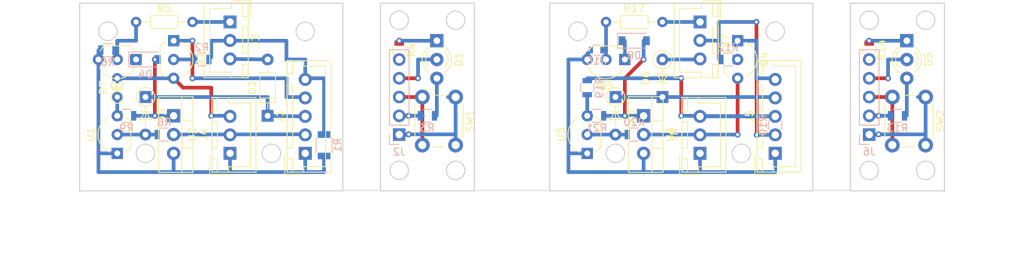
<source format=kicad_pcb>
(kicad_pcb (version 20171130) (host pcbnew "(5.1.6)-1")

  (general
    (thickness 1.6)
    (drawings 114)
    (tracks 151)
    (zones 0)
    (modules 44)
    (nets 28)
  )

  (page A4)
  (layers
    (0 F.Cu signal)
    (31 B.Cu signal)
    (32 B.Adhes user)
    (33 F.Adhes user)
    (34 B.Paste user hide)
    (35 F.Paste user)
    (36 B.SilkS user hide)
    (37 F.SilkS user hide)
    (38 B.Mask user)
    (39 F.Mask user)
    (40 Dwgs.User user)
    (41 Cmts.User user)
    (42 Eco1.User user)
    (43 Eco2.User user)
    (44 Edge.Cuts user)
    (45 Margin user)
    (46 B.CrtYd user hide)
    (47 F.CrtYd user hide)
    (48 B.Fab user)
    (49 F.Fab user)
  )

  (setup
    (last_trace_width 0.25)
    (user_trace_width 0.5)
    (trace_clearance 0.2)
    (zone_clearance 0.508)
    (zone_45_only no)
    (trace_min 0.2)
    (via_size 0.8)
    (via_drill 0.4)
    (via_min_size 0.4)
    (via_min_drill 0.3)
    (uvia_size 0.3)
    (uvia_drill 0.1)
    (uvias_allowed no)
    (uvia_min_size 0.2)
    (uvia_min_drill 0.1)
    (edge_width 0.05)
    (segment_width 0.2)
    (pcb_text_width 0.3)
    (pcb_text_size 1.5 1.5)
    (mod_edge_width 0.12)
    (mod_text_size 1 1)
    (mod_text_width 0.15)
    (pad_size 1.524 1.524)
    (pad_drill 0.762)
    (pad_to_mask_clearance 0.05)
    (aux_axis_origin 0 0)
    (visible_elements 7FFFF7FF)
    (pcbplotparams
      (layerselection 0x010fc_ffffffff)
      (usegerberextensions false)
      (usegerberattributes true)
      (usegerberadvancedattributes true)
      (creategerberjobfile true)
      (excludeedgelayer true)
      (linewidth 0.100000)
      (plotframeref false)
      (viasonmask false)
      (mode 1)
      (useauxorigin false)
      (hpglpennumber 1)
      (hpglpenspeed 20)
      (hpglpendiameter 15.000000)
      (psnegative false)
      (psa4output false)
      (plotreference true)
      (plotvalue true)
      (plotinvisibletext false)
      (padsonsilk false)
      (subtractmaskfromsilk false)
      (outputformat 1)
      (mirror false)
      (drillshape 1)
      (scaleselection 1)
      (outputdirectory ""))
  )

  (net 0 "")
  (net 1 GND)
  (net 2 +5V)
  (net 3 "Net-(Q1-Pad2)")
  (net 4 "Net-(Q2-Pad2)")
  (net 5 "Net-(D1-Pad3)")
  (net 6 "(not)Reset")
  (net 7 GND_SWITCHED)
  (net 8 "(not)Set")
  (net 9 "Net-(D3-Pad2)")
  (net 10 "Net-(D4-Pad2)")
  (net 11 "/Power Switch/green")
  (net 12 "/Power Switch/KEY_POWER")
  (net 13 "/Power Switch/red")
  (net 14 "/Power Switch/READY_SIGNAL")
  (net 15 "/Power Switch/GPIO_SHUTDOWN")
  (net 16 "/Power Switch/NQ")
  (net 17 "Net-(D5-Pad3)")
  (net 18 "Net-(D7-Pad2)")
  (net 19 "Net-(D8-Pad2)")
  (net 20 "Net-(Q5-Pad2)")
  (net 21 "Net-(Q4-Pad2)")
  (net 22 "/Power Switch (active low leds)/green")
  (net 23 "/Power Switch (active low leds)/KEY_POWER")
  (net 24 "/Power Switch (active low leds)/READY_SIGNAL")
  (net 25 "/Power Switch (active low leds)/red")
  (net 26 "/Power Switch (active low leds)/GPIO_SHUTDOWN")
  (net 27 "/Power Switch (active low leds)/NQ")

  (net_class Default "This is the default net class."
    (clearance 0.2)
    (trace_width 0.25)
    (via_dia 0.8)
    (via_drill 0.4)
    (uvia_dia 0.3)
    (uvia_drill 0.1)
    (add_net "(not)Reset")
    (add_net "(not)Set")
    (add_net +5V)
    (add_net "/Power Switch (active low leds)/GPIO_SHUTDOWN")
    (add_net "/Power Switch (active low leds)/KEY_POWER")
    (add_net "/Power Switch (active low leds)/NQ")
    (add_net "/Power Switch (active low leds)/READY_SIGNAL")
    (add_net "/Power Switch (active low leds)/green")
    (add_net "/Power Switch (active low leds)/red")
    (add_net "/Power Switch/GPIO_SHUTDOWN")
    (add_net "/Power Switch/KEY_POWER")
    (add_net "/Power Switch/NQ")
    (add_net "/Power Switch/READY_SIGNAL")
    (add_net "/Power Switch/green")
    (add_net "/Power Switch/red")
    (add_net GND)
    (add_net GND_SWITCHED)
    (add_net "Net-(D1-Pad3)")
    (add_net "Net-(D3-Pad2)")
    (add_net "Net-(D4-Pad2)")
    (add_net "Net-(D5-Pad3)")
    (add_net "Net-(D7-Pad2)")
    (add_net "Net-(D8-Pad2)")
    (add_net "Net-(Q1-Pad2)")
    (add_net "Net-(Q2-Pad2)")
    (add_net "Net-(Q4-Pad2)")
    (add_net "Net-(Q5-Pad2)")
  )

  (module TO_SOT_Packages_THT:TO-92_Inline_Wide (layer F.Cu) (tedit 58CE52AF) (tstamp 65C64DF9)
    (at 154.94 93.98 270)
    (descr "TO-92 leads in-line, wide, drill 0.8mm (see NXP sot054_po.pdf)")
    (tags "to-92 sc-43 sc-43a sot54 PA33 transistor")
    (path /65C30430/65CADEE2)
    (fp_text reference Q4 (at 2.54 -3.56 270) (layer F.SilkS)
      (effects (font (size 1 1) (thickness 0.15)))
    )
    (fp_text value BS170 (at 6.35 0 180) (layer F.Fab)
      (effects (font (size 1 1) (thickness 0.15)))
    )
    (fp_line (start 6.09 2.01) (end -1.01 2.01) (layer F.CrtYd) (width 0.05))
    (fp_line (start 6.09 2.01) (end 6.09 -2.73) (layer F.CrtYd) (width 0.05))
    (fp_line (start -1.01 -2.73) (end -1.01 2.01) (layer F.CrtYd) (width 0.05))
    (fp_line (start -1.01 -2.73) (end 6.09 -2.73) (layer F.CrtYd) (width 0.05))
    (fp_line (start 0.8 1.75) (end 4.3 1.75) (layer F.Fab) (width 0.1))
    (fp_line (start 0.74 1.85) (end 4.34 1.85) (layer F.SilkS) (width 0.12))
    (fp_text user %R (at 2.54 -1.27 270) (layer F.Fab)
      (effects (font (size 1 1) (thickness 0.15)))
    )
    (fp_arc (start 2.54 0) (end 0.74 1.85) (angle 20) (layer F.SilkS) (width 0.12))
    (fp_arc (start 2.54 0) (end 2.54 -2.6) (angle -65) (layer F.SilkS) (width 0.12))
    (fp_arc (start 2.54 0) (end 2.54 -2.6) (angle 65) (layer F.SilkS) (width 0.12))
    (fp_arc (start 2.54 0) (end 2.54 -2.48) (angle 135) (layer F.Fab) (width 0.1))
    (fp_arc (start 2.54 0) (end 2.54 -2.48) (angle -135) (layer F.Fab) (width 0.1))
    (fp_arc (start 2.54 0) (end 4.34 1.85) (angle -20) (layer F.SilkS) (width 0.12))
    (pad 2 thru_hole circle (at 2.54 0) (size 1.52 1.52) (drill 0.8) (layers *.Cu *.Mask)
      (net 21 "Net-(Q4-Pad2)"))
    (pad 3 thru_hole circle (at 5.08 0) (size 1.52 1.52) (drill 0.8) (layers *.Cu *.Mask)
      (net 7 GND_SWITCHED))
    (pad 1 thru_hole rect (at 0 0) (size 1.52 1.52) (drill 0.8) (layers *.Cu *.Mask)
      (net 25 "/Power Switch (active low leds)/red"))
    (model ${KISYS3DMOD}/TO_SOT_Packages_THT.3dshapes/TO-92_Inline_Wide.wrl
      (offset (xyz 2.539999961853027 0 0))
      (scale (xyz 1 1 1))
      (rotate (xyz 0 0 -90))
    )
  )

  (module Resistors_SMD:R_0805 (layer B.Cu) (tedit 58E0A804) (tstamp 65C4C712)
    (at 134.62 100.33 90)
    (descr "Resistor SMD 0805, reflow soldering, Vishay (see dcrcw.pdf)")
    (tags "resistor 0805")
    (path /65C30430/65C3AB61)
    (attr smd)
    (fp_text reference R19 (at 0 1.65 -90) (layer B.SilkS)
      (effects (font (size 1 1) (thickness 0.15)) (justify mirror))
    )
    (fp_text value 10k (at 0 -1.75 -90) (layer B.Fab)
      (effects (font (size 1 1) (thickness 0.15)) (justify mirror))
    )
    (fp_line (start 1.55 -0.9) (end -1.55 -0.9) (layer B.CrtYd) (width 0.05))
    (fp_line (start 1.55 -0.9) (end 1.55 0.9) (layer B.CrtYd) (width 0.05))
    (fp_line (start -1.55 0.9) (end -1.55 -0.9) (layer B.CrtYd) (width 0.05))
    (fp_line (start -1.55 0.9) (end 1.55 0.9) (layer B.CrtYd) (width 0.05))
    (fp_line (start -0.6 0.88) (end 0.6 0.88) (layer B.SilkS) (width 0.12))
    (fp_line (start 0.6 -0.88) (end -0.6 -0.88) (layer B.SilkS) (width 0.12))
    (fp_line (start -1 0.62) (end 1 0.62) (layer B.Fab) (width 0.1))
    (fp_line (start 1 0.62) (end 1 -0.62) (layer B.Fab) (width 0.1))
    (fp_line (start 1 -0.62) (end -1 -0.62) (layer B.Fab) (width 0.1))
    (fp_line (start -1 -0.62) (end -1 0.62) (layer B.Fab) (width 0.1))
    (fp_text user %R (at 0 0 -90) (layer B.Fab)
      (effects (font (size 0.5 0.5) (thickness 0.075)) (justify mirror))
    )
    (pad 1 smd rect (at -0.95 0 90) (size 0.7 1.3) (layers B.Cu B.Paste B.Mask)
      (net 27 "/Power Switch (active low leds)/NQ"))
    (pad 2 smd rect (at 0.95 0 90) (size 0.7 1.3) (layers B.Cu B.Paste B.Mask)
      (net 2 +5V))
    (model ${KISYS3DMOD}/Resistors_SMD.3dshapes/R_0805.wrl
      (at (xyz 0 0 0))
      (scale (xyz 1 1 1))
      (rotate (xyz 0 0 0))
    )
  )

  (module Diodes_SMD:D_SOD-123 (layer B.Cu) (tedit 58645DC7) (tstamp 65C4C3EA)
    (at 140.97 93.98)
    (descr SOD-123)
    (tags SOD-123)
    (path /65C30430/65C3AB60)
    (attr smd)
    (fp_text reference D8 (at 0 2 180) (layer B.SilkS)
      (effects (font (size 1 1) (thickness 0.15)) (justify mirror))
    )
    (fp_text value B0520LW (at 0 -2.1 180) (layer B.Fab)
      (effects (font (size 1 1) (thickness 0.15)) (justify mirror))
    )
    (fp_line (start -2.25 1) (end 1.65 1) (layer B.SilkS) (width 0.12))
    (fp_line (start -2.25 -1) (end 1.65 -1) (layer B.SilkS) (width 0.12))
    (fp_line (start -2.35 1.15) (end -2.35 -1.15) (layer B.CrtYd) (width 0.05))
    (fp_line (start 2.35 -1.15) (end -2.35 -1.15) (layer B.CrtYd) (width 0.05))
    (fp_line (start 2.35 1.15) (end 2.35 -1.15) (layer B.CrtYd) (width 0.05))
    (fp_line (start -2.35 1.15) (end 2.35 1.15) (layer B.CrtYd) (width 0.05))
    (fp_line (start -1.4 0.9) (end 1.4 0.9) (layer B.Fab) (width 0.1))
    (fp_line (start 1.4 0.9) (end 1.4 -0.9) (layer B.Fab) (width 0.1))
    (fp_line (start 1.4 -0.9) (end -1.4 -0.9) (layer B.Fab) (width 0.1))
    (fp_line (start -1.4 -0.9) (end -1.4 0.9) (layer B.Fab) (width 0.1))
    (fp_line (start -0.75 0) (end -0.35 0) (layer B.Fab) (width 0.1))
    (fp_line (start -0.35 0) (end -0.35 0.55) (layer B.Fab) (width 0.1))
    (fp_line (start -0.35 0) (end -0.35 -0.55) (layer B.Fab) (width 0.1))
    (fp_line (start -0.35 0) (end 0.25 0.4) (layer B.Fab) (width 0.1))
    (fp_line (start 0.25 0.4) (end 0.25 -0.4) (layer B.Fab) (width 0.1))
    (fp_line (start 0.25 -0.4) (end -0.35 0) (layer B.Fab) (width 0.1))
    (fp_line (start 0.25 0) (end 0.75 0) (layer B.Fab) (width 0.1))
    (fp_line (start -2.25 1) (end -2.25 -1) (layer B.SilkS) (width 0.12))
    (fp_text user %R (at 0 2 180) (layer B.Fab)
      (effects (font (size 1 1) (thickness 0.15)) (justify mirror))
    )
    (pad 1 smd rect (at -1.65 0) (size 0.9 1.2) (layers B.Cu B.Paste B.Mask)
      (net 8 "(not)Set"))
    (pad 2 smd rect (at 1.65 0) (size 0.9 1.2) (layers B.Cu B.Paste B.Mask)
      (net 19 "Net-(D8-Pad2)"))
    (model ${KISYS3DMOD}/Diodes_SMD.3dshapes/D_SOD-123.wrl
      (at (xyz 0 0 0))
      (scale (xyz 1 1 1))
      (rotate (xyz 0 0 0))
    )
  )

  (module Diodes_THT:D_DO-35_SOD27_P5.08mm_Vertical_KathodeUp (layer F.Cu) (tedit 5921392F) (tstamp 65C4C3E4)
    (at 144.78 101.6 90)
    (descr "D, DO-35_SOD27 series, Axial, Vertical, pin pitch=5.08mm, , length*diameter=4*2mm^2, , http://www.diodes.com/_files/packages/DO-35.pdf")
    (tags "D DO-35_SOD27 series Axial Vertical pin pitch 5.08mm  length 4mm diameter 2mm")
    (path /65C30430/65C2F273)
    (fp_text reference D6 (at 2.54 -2.266371 90) (layer F.SilkS)
      (effects (font (size 1 1) (thickness 0.15)))
    )
    (fp_text value BAT48 (at 2.54 -1.27 90) (layer F.Fab)
      (effects (font (size 1 1) (thickness 0.15)))
    )
    (fp_circle (center 5.08 0) (end 6.346371 0) (layer F.SilkS) (width 0.12))
    (fp_circle (center 5.08 0) (end 6.08 0) (layer F.Fab) (width 0.1))
    (fp_line (start 6.4 -1.55) (end -1.15 -1.55) (layer F.CrtYd) (width 0.05))
    (fp_line (start 6.4 1.55) (end 6.4 -1.55) (layer F.CrtYd) (width 0.05))
    (fp_line (start -1.15 1.55) (end 6.4 1.55) (layer F.CrtYd) (width 0.05))
    (fp_line (start -1.15 -1.55) (end -1.15 1.55) (layer F.CrtYd) (width 0.05))
    (fp_line (start 3.073333 0.8) (end 2.006667 0) (layer F.SilkS) (width 0.12))
    (fp_line (start 3.073333 -0.8) (end 3.073333 0.8) (layer F.SilkS) (width 0.12))
    (fp_line (start 2.006667 0) (end 3.073333 -0.8) (layer F.SilkS) (width 0.12))
    (fp_line (start 2.006667 -0.8) (end 2.006667 0.8) (layer F.SilkS) (width 0.12))
    (fp_line (start 1.266371 0) (end 3.98 0) (layer F.SilkS) (width 0.12))
    (fp_line (start 0 0) (end 5.08 0) (layer F.Fab) (width 0.1))
    (fp_text user K (at -1.5 0 90) (layer F.Fab)
      (effects (font (size 1 1) (thickness 0.15)))
    )
    (fp_text user %R (at 2.54 0 90) (layer F.Fab)
      (effects (font (size 1 1) (thickness 0.15)))
    )
    (pad 1 thru_hole rect (at 0 0 90) (size 1.6 1.6) (drill 0.8) (layers *.Cu *.Mask)
      (net 6 "(not)Reset"))
    (pad 2 thru_hole oval (at 5.08 0 90) (size 1.6 1.6) (drill 0.8) (layers *.Cu *.Mask)
      (net 23 "/Power Switch (active low leds)/KEY_POWER"))
    (model ${KISYS3DMOD}/Diodes_THT.3dshapes/D_DO-35_SOD27_P5.08mm_Vertical_KathodeUp.wrl
      (at (xyz 0 0 0))
      (scale (xyz 0.393701 0.393701 0.393701))
      (rotate (xyz 0 0 0))
    )
  )

  (module Resistors_SMD:R_0805 (layer B.Cu) (tedit 58E0A804) (tstamp 65C4C6C9)
    (at 153.67 96.52 180)
    (descr "Resistor SMD 0805, reflow soldering, Vishay (see dcrcw.pdf)")
    (tags "resistor 0805")
    (path /65C30430/65C3AB5D)
    (attr smd)
    (fp_text reference R12 (at 0 1.65 180) (layer B.SilkS)
      (effects (font (size 1 1) (thickness 0.15)) (justify mirror))
    )
    (fp_text value 10k (at 0 -1.75 180) (layer B.Fab)
      (effects (font (size 1 1) (thickness 0.15)) (justify mirror))
    )
    (fp_line (start 1.55 -0.9) (end -1.55 -0.9) (layer B.CrtYd) (width 0.05))
    (fp_line (start 1.55 -0.9) (end 1.55 0.9) (layer B.CrtYd) (width 0.05))
    (fp_line (start -1.55 0.9) (end -1.55 -0.9) (layer B.CrtYd) (width 0.05))
    (fp_line (start -1.55 0.9) (end 1.55 0.9) (layer B.CrtYd) (width 0.05))
    (fp_line (start -0.6 0.88) (end 0.6 0.88) (layer B.SilkS) (width 0.12))
    (fp_line (start 0.6 -0.88) (end -0.6 -0.88) (layer B.SilkS) (width 0.12))
    (fp_line (start -1 0.62) (end 1 0.62) (layer B.Fab) (width 0.1))
    (fp_line (start 1 0.62) (end 1 -0.62) (layer B.Fab) (width 0.1))
    (fp_line (start 1 -0.62) (end -1 -0.62) (layer B.Fab) (width 0.1))
    (fp_line (start -1 -0.62) (end -1 0.62) (layer B.Fab) (width 0.1))
    (fp_text user %R (at 0 0 180) (layer B.Fab)
      (effects (font (size 0.5 0.5) (thickness 0.075)) (justify mirror))
    )
    (pad 1 smd rect (at -0.95 0 180) (size 0.7 1.3) (layers B.Cu B.Paste B.Mask)
      (net 21 "Net-(Q4-Pad2)"))
    (pad 2 smd rect (at 0.95 0 180) (size 0.7 1.3) (layers B.Cu B.Paste B.Mask)
      (net 24 "/Power Switch (active low leds)/READY_SIGNAL"))
    (model ${KISYS3DMOD}/Resistors_SMD.3dshapes/R_0805.wrl
      (at (xyz 0 0 0))
      (scale (xyz 1 1 1))
      (rotate (xyz 0 0 0))
    )
  )

  (module Resistors_THT:R_Axial_DIN0204_L3.6mm_D1.6mm_P7.62mm_Horizontal (layer F.Cu) (tedit 5874F706) (tstamp 65C4C70C)
    (at 137.16 91.44)
    (descr "Resistor, Axial_DIN0204 series, Axial, Horizontal, pin pitch=7.62mm, 0.16666666666666666W = 1/6W, length*diameter=3.6*1.6mm^2, http://cdn-reichelt.de/documents/datenblatt/B400/1_4W%23YAG.pdf")
    (tags "Resistor Axial_DIN0204 series Axial Horizontal pin pitch 7.62mm 0.16666666666666666W = 1/6W length 3.6mm diameter 1.6mm")
    (path /65C30430/65C3AB47)
    (fp_text reference R17 (at 3.81 -1.86) (layer F.SilkS)
      (effects (font (size 1 1) (thickness 0.15)))
    )
    (fp_text value 10k (at 3.81 0) (layer F.Fab)
      (effects (font (size 1 1) (thickness 0.15)))
    )
    (fp_line (start 2.01 -0.8) (end 2.01 0.8) (layer F.Fab) (width 0.1))
    (fp_line (start 2.01 0.8) (end 5.61 0.8) (layer F.Fab) (width 0.1))
    (fp_line (start 5.61 0.8) (end 5.61 -0.8) (layer F.Fab) (width 0.1))
    (fp_line (start 5.61 -0.8) (end 2.01 -0.8) (layer F.Fab) (width 0.1))
    (fp_line (start 0 0) (end 2.01 0) (layer F.Fab) (width 0.1))
    (fp_line (start 7.62 0) (end 5.61 0) (layer F.Fab) (width 0.1))
    (fp_line (start 1.95 -0.86) (end 1.95 0.86) (layer F.SilkS) (width 0.12))
    (fp_line (start 1.95 0.86) (end 5.67 0.86) (layer F.SilkS) (width 0.12))
    (fp_line (start 5.67 0.86) (end 5.67 -0.86) (layer F.SilkS) (width 0.12))
    (fp_line (start 5.67 -0.86) (end 1.95 -0.86) (layer F.SilkS) (width 0.12))
    (fp_line (start 0.88 0) (end 1.95 0) (layer F.SilkS) (width 0.12))
    (fp_line (start 6.74 0) (end 5.67 0) (layer F.SilkS) (width 0.12))
    (fp_line (start -0.95 -1.15) (end -0.95 1.15) (layer F.CrtYd) (width 0.05))
    (fp_line (start -0.95 1.15) (end 8.6 1.15) (layer F.CrtYd) (width 0.05))
    (fp_line (start 8.6 1.15) (end 8.6 -1.15) (layer F.CrtYd) (width 0.05))
    (fp_line (start 8.6 -1.15) (end -0.95 -1.15) (layer F.CrtYd) (width 0.05))
    (pad 1 thru_hole circle (at 0 0) (size 1.4 1.4) (drill 0.7) (layers *.Cu *.Mask)
      (net 20 "Net-(Q5-Pad2)"))
    (pad 2 thru_hole oval (at 7.62 0) (size 1.4 1.4) (drill 0.7) (layers *.Cu *.Mask)
      (net 26 "/Power Switch (active low leds)/GPIO_SHUTDOWN"))
    (model ${KISYS3DMOD}/Resistors_THT.3dshapes/R_Axial_DIN0204_L3.6mm_D1.6mm_P7.62mm_Horizontal.wrl
      (at (xyz 0 0 0))
      (scale (xyz 0.393701 0.393701 0.393701))
      (rotate (xyz 0 0 0))
    )
  )

  (module Resistors_SMD:R_0603 (layer B.Cu) (tedit 58E0A804) (tstamp 65C77899)
    (at 135.89 95.25)
    (descr "Resistor SMD 0603, reflow soldering, Vishay (see dcrcw.pdf)")
    (tags "resistor 0603")
    (path /65C30430/65C2F2FE)
    (attr smd)
    (fp_text reference R18 (at 0 1.45) (layer B.SilkS)
      (effects (font (size 1 1) (thickness 0.15)) (justify mirror))
    )
    (fp_text value 1M (at 0 -1.5) (layer B.Fab)
      (effects (font (size 1 1) (thickness 0.15)) (justify mirror))
    )
    (fp_line (start -0.8 -0.4) (end -0.8 0.4) (layer B.Fab) (width 0.1))
    (fp_line (start 0.8 -0.4) (end -0.8 -0.4) (layer B.Fab) (width 0.1))
    (fp_line (start 0.8 0.4) (end 0.8 -0.4) (layer B.Fab) (width 0.1))
    (fp_line (start -0.8 0.4) (end 0.8 0.4) (layer B.Fab) (width 0.1))
    (fp_line (start 0.5 -0.68) (end -0.5 -0.68) (layer B.SilkS) (width 0.12))
    (fp_line (start -0.5 0.68) (end 0.5 0.68) (layer B.SilkS) (width 0.12))
    (fp_line (start -1.25 0.7) (end 1.25 0.7) (layer B.CrtYd) (width 0.05))
    (fp_line (start -1.25 0.7) (end -1.25 -0.7) (layer B.CrtYd) (width 0.05))
    (fp_line (start 1.25 -0.7) (end 1.25 0.7) (layer B.CrtYd) (width 0.05))
    (fp_line (start 1.25 -0.7) (end -1.25 -0.7) (layer B.CrtYd) (width 0.05))
    (fp_text user %R (at 0 0) (layer B.Fab)
      (effects (font (size 0.4 0.4) (thickness 0.075)) (justify mirror))
    )
    (pad 1 smd rect (at -0.75 0) (size 0.5 0.9) (layers B.Cu B.Paste B.Mask)
      (net 1 GND))
    (pad 2 smd rect (at 0.75 0) (size 0.5 0.9) (layers B.Cu B.Paste B.Mask)
      (net 20 "Net-(Q5-Pad2)"))
    (model ${KISYS3DMOD}/Resistors_SMD.3dshapes/R_0603.wrl
      (at (xyz 0 0 0))
      (scale (xyz 1 1 1))
      (rotate (xyz 0 0 0))
    )
  )

  (module Resistors_SMD:R_0805 (layer B.Cu) (tedit 58E0A804) (tstamp 65C4C6C6)
    (at 160.02 105.41 270)
    (descr "Resistor SMD 0805, reflow soldering, Vishay (see dcrcw.pdf)")
    (tags "resistor 0805")
    (path /65C30430/65C2F344)
    (attr smd)
    (fp_text reference R10 (at 0 1.65 270) (layer B.SilkS)
      (effects (font (size 1 1) (thickness 0.15)) (justify mirror))
    )
    (fp_text value 1M (at 0 -1.75 270) (layer B.Fab)
      (effects (font (size 1 1) (thickness 0.15)) (justify mirror))
    )
    (fp_line (start -1 -0.62) (end -1 0.62) (layer B.Fab) (width 0.1))
    (fp_line (start 1 -0.62) (end -1 -0.62) (layer B.Fab) (width 0.1))
    (fp_line (start 1 0.62) (end 1 -0.62) (layer B.Fab) (width 0.1))
    (fp_line (start -1 0.62) (end 1 0.62) (layer B.Fab) (width 0.1))
    (fp_line (start 0.6 -0.88) (end -0.6 -0.88) (layer B.SilkS) (width 0.12))
    (fp_line (start -0.6 0.88) (end 0.6 0.88) (layer B.SilkS) (width 0.12))
    (fp_line (start -1.55 0.9) (end 1.55 0.9) (layer B.CrtYd) (width 0.05))
    (fp_line (start -1.55 0.9) (end -1.55 -0.9) (layer B.CrtYd) (width 0.05))
    (fp_line (start 1.55 -0.9) (end 1.55 0.9) (layer B.CrtYd) (width 0.05))
    (fp_line (start 1.55 -0.9) (end -1.55 -0.9) (layer B.CrtYd) (width 0.05))
    (fp_text user %R (at 0 0 270) (layer B.Fab)
      (effects (font (size 0.5 0.5) (thickness 0.075)) (justify mirror))
    )
    (pad 1 smd rect (at -0.95 0 270) (size 0.7 1.3) (layers B.Cu B.Paste B.Mask)
      (net 2 +5V))
    (pad 2 smd rect (at 0.95 0 270) (size 0.7 1.3) (layers B.Cu B.Paste B.Mask)
      (net 24 "/Power Switch (active low leds)/READY_SIGNAL"))
    (model ${KISYS3DMOD}/Resistors_SMD.3dshapes/R_0805.wrl
      (at (xyz 0 0 0))
      (scale (xyz 1 1 1))
      (rotate (xyz 0 0 0))
    )
  )

  (module TO_SOT_Packages_THT:TO-220-3_Vertical (layer F.Cu) (tedit 58CE52AD) (tstamp 65C4C7EE)
    (at 142.24 104.14 270)
    (descr "TO-220-3, Vertical, RM 2.54mm")
    (tags "TO-220-3 Vertical RM 2.54mm")
    (path /65C30430/65C2F2A8)
    (fp_text reference U6 (at 2.54 -3.62 90) (layer F.SilkS)
      (effects (font (size 1 1) (thickness 0.15)))
    )
    (fp_text value IRL540N (at 8.89 0 180) (layer F.Fab)
      (effects (font (size 1 1) (thickness 0.15)))
    )
    (fp_line (start -2.46 -2.5) (end -2.46 1.9) (layer F.Fab) (width 0.1))
    (fp_line (start -2.46 1.9) (end 7.54 1.9) (layer F.Fab) (width 0.1))
    (fp_line (start 7.54 1.9) (end 7.54 -2.5) (layer F.Fab) (width 0.1))
    (fp_line (start 7.54 -2.5) (end -2.46 -2.5) (layer F.Fab) (width 0.1))
    (fp_line (start -2.46 -1.23) (end 7.54 -1.23) (layer F.Fab) (width 0.1))
    (fp_line (start 0.69 -2.5) (end 0.69 -1.23) (layer F.Fab) (width 0.1))
    (fp_line (start 4.39 -2.5) (end 4.39 -1.23) (layer F.Fab) (width 0.1))
    (fp_line (start -2.58 -2.62) (end 7.66 -2.62) (layer F.SilkS) (width 0.12))
    (fp_line (start -2.58 2.021) (end 7.66 2.021) (layer F.SilkS) (width 0.12))
    (fp_line (start -2.58 -2.62) (end -2.58 2.021) (layer F.SilkS) (width 0.12))
    (fp_line (start 7.66 -2.62) (end 7.66 2.021) (layer F.SilkS) (width 0.12))
    (fp_line (start -2.58 -1.11) (end 7.66 -1.11) (layer F.SilkS) (width 0.12))
    (fp_line (start 0.69 -2.62) (end 0.69 -1.11) (layer F.SilkS) (width 0.12))
    (fp_line (start 4.391 -2.62) (end 4.391 -1.11) (layer F.SilkS) (width 0.12))
    (fp_line (start -2.71 -2.75) (end -2.71 2.16) (layer F.CrtYd) (width 0.05))
    (fp_line (start -2.71 2.16) (end 7.79 2.16) (layer F.CrtYd) (width 0.05))
    (fp_line (start 7.79 2.16) (end 7.79 -2.75) (layer F.CrtYd) (width 0.05))
    (fp_line (start 7.79 -2.75) (end -2.71 -2.75) (layer F.CrtYd) (width 0.05))
    (fp_text user %R (at 2.54 -3.62 90) (layer F.Fab)
      (effects (font (size 1 1) (thickness 0.15)))
    )
    (pad 1 thru_hole rect (at 0 0 270) (size 1.8 1.8) (drill 1) (layers *.Cu *.Mask)
      (net 19 "Net-(D8-Pad2)"))
    (pad 2 thru_hole oval (at 2.54 0 270) (size 1.8 1.8) (drill 1) (layers *.Cu *.Mask)
      (net 7 GND_SWITCHED))
    (pad 3 thru_hole oval (at 5.08 0 270) (size 1.8 1.8) (drill 1) (layers *.Cu *.Mask)
      (net 1 GND))
    (model ${KISYS3DMOD}/Package_TO_SOT_THT.3dshapes/TO-220-3_Vertical.step
      (at (xyz 0 0 0))
      (scale (xyz 1 1 1))
      (rotate (xyz 0 0 0))
    )
  )

  (module TO_SOT_Packages_THT:TO-92_Inline_Wide (layer F.Cu) (tedit 58CE52AF) (tstamp 65C4C7EB)
    (at 134.62 109.22 90)
    (descr "TO-92 leads in-line, wide, drill 0.8mm (see NXP sot054_po.pdf)")
    (tags "to-92 sc-43 sc-43a sot54 PA33 transistor")
    (path /65C30430/65C3AB52)
    (fp_text reference U5 (at 2.54 -3.56 270) (layer F.SilkS)
      (effects (font (size 1 1) (thickness 0.15)))
    )
    (fp_text value 2N7000 (at -2.54 0 180) (layer F.Fab)
      (effects (font (size 1 1) (thickness 0.15)))
    )
    (fp_line (start 0.74 1.85) (end 4.34 1.85) (layer F.SilkS) (width 0.12))
    (fp_line (start 0.8 1.75) (end 4.3 1.75) (layer F.Fab) (width 0.1))
    (fp_line (start -1.01 -2.73) (end 6.09 -2.73) (layer F.CrtYd) (width 0.05))
    (fp_line (start -1.01 -2.73) (end -1.01 2.01) (layer F.CrtYd) (width 0.05))
    (fp_line (start 6.09 2.01) (end 6.09 -2.73) (layer F.CrtYd) (width 0.05))
    (fp_line (start 6.09 2.01) (end -1.01 2.01) (layer F.CrtYd) (width 0.05))
    (fp_text user %R (at 2.54 -1.27 270) (layer F.Fab)
      (effects (font (size 1 1) (thickness 0.15)))
    )
    (fp_arc (start 2.54 0) (end 0.74 1.85) (angle 20) (layer F.SilkS) (width 0.12))
    (fp_arc (start 2.54 0) (end 2.54 -2.6) (angle -65) (layer F.SilkS) (width 0.12))
    (fp_arc (start 2.54 0) (end 2.54 -2.6) (angle 65) (layer F.SilkS) (width 0.12))
    (fp_arc (start 2.54 0) (end 2.54 -2.48) (angle 135) (layer F.Fab) (width 0.1))
    (fp_arc (start 2.54 0) (end 2.54 -2.48) (angle -135) (layer F.Fab) (width 0.1))
    (fp_arc (start 2.54 0) (end 4.34 1.85) (angle -20) (layer F.SilkS) (width 0.12))
    (pad 2 thru_hole circle (at 2.54 0 180) (size 1.52 1.52) (drill 0.8) (layers *.Cu *.Mask)
      (net 18 "Net-(D7-Pad2)"))
    (pad 3 thru_hole circle (at 5.08 0 180) (size 1.52 1.52) (drill 0.8) (layers *.Cu *.Mask)
      (net 27 "/Power Switch (active low leds)/NQ"))
    (pad 1 thru_hole rect (at 0 0 180) (size 1.52 1.52) (drill 0.8) (layers *.Cu *.Mask)
      (net 1 GND))
    (model ${KISYS3DMOD}/TO_SOT_Packages_THT.3dshapes/TO-92_Inline_Wide.wrl
      (offset (xyz 2.539999961853027 0 0))
      (scale (xyz 1 1 1))
      (rotate (xyz 0 0 -90))
    )
  )

  (module Resistors_SMD:R_0805 (layer B.Cu) (tedit 58E0A804) (tstamp 65C4C718)
    (at 135.89 104.14)
    (descr "Resistor SMD 0805, reflow soldering, Vishay (see dcrcw.pdf)")
    (tags "resistor 0805")
    (path /65C30430/65C3AB50)
    (attr smd)
    (fp_text reference R21 (at 0 1.65) (layer B.SilkS)
      (effects (font (size 1 1) (thickness 0.15)) (justify mirror))
    )
    (fp_text value 10k (at 0 1.27) (layer B.Fab)
      (effects (font (size 1 1) (thickness 0.15)) (justify mirror))
    )
    (fp_line (start -1 -0.62) (end -1 0.62) (layer B.Fab) (width 0.1))
    (fp_line (start 1 -0.62) (end -1 -0.62) (layer B.Fab) (width 0.1))
    (fp_line (start 1 0.62) (end 1 -0.62) (layer B.Fab) (width 0.1))
    (fp_line (start -1 0.62) (end 1 0.62) (layer B.Fab) (width 0.1))
    (fp_line (start 0.6 -0.88) (end -0.6 -0.88) (layer B.SilkS) (width 0.12))
    (fp_line (start -0.6 0.88) (end 0.6 0.88) (layer B.SilkS) (width 0.12))
    (fp_line (start -1.55 0.9) (end 1.55 0.9) (layer B.CrtYd) (width 0.05))
    (fp_line (start -1.55 0.9) (end -1.55 -0.9) (layer B.CrtYd) (width 0.05))
    (fp_line (start 1.55 -0.9) (end 1.55 0.9) (layer B.CrtYd) (width 0.05))
    (fp_line (start 1.55 -0.9) (end -1.55 -0.9) (layer B.CrtYd) (width 0.05))
    (fp_text user %R (at 0 0) (layer B.Fab)
      (effects (font (size 0.5 0.5) (thickness 0.075)) (justify mirror))
    )
    (pad 1 smd rect (at -0.95 0) (size 0.7 1.3) (layers B.Cu B.Paste B.Mask)
      (net 27 "/Power Switch (active low leds)/NQ"))
    (pad 2 smd rect (at 0.95 0) (size 0.7 1.3) (layers B.Cu B.Paste B.Mask)
      (net 19 "Net-(D8-Pad2)"))
    (model ${KISYS3DMOD}/Resistors_SMD.3dshapes/R_0805.wrl
      (at (xyz 0 0 0))
      (scale (xyz 1 1 1))
      (rotate (xyz 0 0 0))
    )
  )

  (module Resistors_SMD:R_0805 (layer B.Cu) (tedit 58E0A804) (tstamp 65C4C715)
    (at 140.97 106.68 180)
    (descr "Resistor SMD 0805, reflow soldering, Vishay (see dcrcw.pdf)")
    (tags "resistor 0805")
    (path /65C30430/65C3AB51)
    (attr smd)
    (fp_text reference R20 (at 0 1.65) (layer B.SilkS)
      (effects (font (size 1 1) (thickness 0.15)) (justify mirror))
    )
    (fp_text value 10k (at 0 -1.75) (layer B.Fab)
      (effects (font (size 1 1) (thickness 0.15)) (justify mirror))
    )
    (fp_line (start -1 -0.62) (end -1 0.62) (layer B.Fab) (width 0.1))
    (fp_line (start 1 -0.62) (end -1 -0.62) (layer B.Fab) (width 0.1))
    (fp_line (start 1 0.62) (end 1 -0.62) (layer B.Fab) (width 0.1))
    (fp_line (start -1 0.62) (end 1 0.62) (layer B.Fab) (width 0.1))
    (fp_line (start 0.6 -0.88) (end -0.6 -0.88) (layer B.SilkS) (width 0.12))
    (fp_line (start -0.6 0.88) (end 0.6 0.88) (layer B.SilkS) (width 0.12))
    (fp_line (start -1.55 0.9) (end 1.55 0.9) (layer B.CrtYd) (width 0.05))
    (fp_line (start -1.55 0.9) (end -1.55 -0.9) (layer B.CrtYd) (width 0.05))
    (fp_line (start 1.55 -0.9) (end 1.55 0.9) (layer B.CrtYd) (width 0.05))
    (fp_line (start 1.55 -0.9) (end -1.55 -0.9) (layer B.CrtYd) (width 0.05))
    (fp_text user %R (at 0 0) (layer B.Fab)
      (effects (font (size 0.5 0.5) (thickness 0.075)) (justify mirror))
    )
    (pad 1 smd rect (at -0.95 0 180) (size 0.7 1.3) (layers B.Cu B.Paste B.Mask)
      (net 7 GND_SWITCHED))
    (pad 2 smd rect (at 0.95 0 180) (size 0.7 1.3) (layers B.Cu B.Paste B.Mask)
      (net 18 "Net-(D7-Pad2)"))
    (model ${KISYS3DMOD}/Resistors_SMD.3dshapes/R_0805.wrl
      (at (xyz 0 0 0))
      (scale (xyz 1 1 1))
      (rotate (xyz 0 0 0))
    )
  )

  (module TO_SOT_Packages_THT:TO-92_Inline_Wide (layer F.Cu) (tedit 58CE52AF) (tstamp 65C4C59F)
    (at 139.7 96.52 180)
    (descr "TO-92 leads in-line, wide, drill 0.8mm (see NXP sot054_po.pdf)")
    (tags "to-92 sc-43 sc-43a sot54 PA33 transistor")
    (path /65C30430/65C2F258)
    (fp_text reference Q5 (at 2.54 -3.56 180) (layer F.SilkS)
      (effects (font (size 1 1) (thickness 0.15)))
    )
    (fp_text value BS170 (at 2.54 2.79) (layer F.Fab)
      (effects (font (size 1 1) (thickness 0.15)))
    )
    (fp_line (start 0.74 1.85) (end 4.34 1.85) (layer F.SilkS) (width 0.12))
    (fp_line (start 0.8 1.75) (end 4.3 1.75) (layer F.Fab) (width 0.1))
    (fp_line (start -1.01 -2.73) (end 6.09 -2.73) (layer F.CrtYd) (width 0.05))
    (fp_line (start -1.01 -2.73) (end -1.01 2.01) (layer F.CrtYd) (width 0.05))
    (fp_line (start 6.09 2.01) (end 6.09 -2.73) (layer F.CrtYd) (width 0.05))
    (fp_line (start 6.09 2.01) (end -1.01 2.01) (layer F.CrtYd) (width 0.05))
    (fp_text user %R (at 2.54 1.27 180) (layer F.Fab)
      (effects (font (size 1 1) (thickness 0.15)))
    )
    (fp_arc (start 2.54 0) (end 0.74 1.85) (angle 20) (layer F.SilkS) (width 0.12))
    (fp_arc (start 2.54 0) (end 2.54 -2.6) (angle -65) (layer F.SilkS) (width 0.12))
    (fp_arc (start 2.54 0) (end 2.54 -2.6) (angle 65) (layer F.SilkS) (width 0.12))
    (fp_arc (start 2.54 0) (end 2.54 -2.48) (angle 135) (layer F.Fab) (width 0.1))
    (fp_arc (start 2.54 0) (end 2.54 -2.48) (angle -135) (layer F.Fab) (width 0.1))
    (fp_arc (start 2.54 0) (end 4.34 1.85) (angle -20) (layer F.SilkS) (width 0.12))
    (pad 2 thru_hole circle (at 2.54 0 270) (size 1.52 1.52) (drill 0.8) (layers *.Cu *.Mask)
      (net 20 "Net-(Q5-Pad2)"))
    (pad 3 thru_hole circle (at 5.08 0 270) (size 1.52 1.52) (drill 0.8) (layers *.Cu *.Mask)
      (net 1 GND))
    (pad 1 thru_hole rect (at 0 0 270) (size 1.52 1.52) (drill 0.8) (layers *.Cu *.Mask)
      (net 8 "(not)Set"))
    (model ${KISYS3DMOD}/TO_SOT_Packages_THT.3dshapes/TO-92_Inline_Wide.wrl
      (offset (xyz 2.539999961853027 0 0))
      (scale (xyz 1 1 1))
      (rotate (xyz 0 0 -90))
    )
  )

  (module Connectors_JST:JST_XH_B03B-XH-A_03x2.50mm_Straight (layer F.Cu) (tedit 58EAE7F0) (tstamp 65C4C54D)
    (at 149.86 109.22 90)
    (descr "JST XH series connector, B03B-XH-A, top entry type, through hole")
    (tags "connector jst xh tht top vertical 2.50mm")
    (path /65C30430/65C2F2D8)
    (fp_text reference J8 (at 2.5 -3.5 90) (layer F.SilkS)
      (effects (font (size 1 1) (thickness 0.15)))
    )
    (fp_text value Power (at -3.81 0 180) (layer F.Fab)
      (effects (font (size 1 1) (thickness 0.15)))
    )
    (fp_line (start -2.45 -2.35) (end -2.45 3.4) (layer F.Fab) (width 0.1))
    (fp_line (start -2.45 3.4) (end 7.45 3.4) (layer F.Fab) (width 0.1))
    (fp_line (start 7.45 3.4) (end 7.45 -2.35) (layer F.Fab) (width 0.1))
    (fp_line (start 7.45 -2.35) (end -2.45 -2.35) (layer F.Fab) (width 0.1))
    (fp_line (start -2.95 -2.85) (end -2.95 3.9) (layer F.CrtYd) (width 0.05))
    (fp_line (start -2.95 3.9) (end 7.95 3.9) (layer F.CrtYd) (width 0.05))
    (fp_line (start 7.95 3.9) (end 7.95 -2.85) (layer F.CrtYd) (width 0.05))
    (fp_line (start 7.95 -2.85) (end -2.95 -2.85) (layer F.CrtYd) (width 0.05))
    (fp_line (start -2.55 -2.45) (end -2.55 3.5) (layer F.SilkS) (width 0.12))
    (fp_line (start -2.55 3.5) (end 7.55 3.5) (layer F.SilkS) (width 0.12))
    (fp_line (start 7.55 3.5) (end 7.55 -2.45) (layer F.SilkS) (width 0.12))
    (fp_line (start 7.55 -2.45) (end -2.55 -2.45) (layer F.SilkS) (width 0.12))
    (fp_line (start 0.75 -2.45) (end 0.75 -1.7) (layer F.SilkS) (width 0.12))
    (fp_line (start 0.75 -1.7) (end 4.25 -1.7) (layer F.SilkS) (width 0.12))
    (fp_line (start 4.25 -1.7) (end 4.25 -2.45) (layer F.SilkS) (width 0.12))
    (fp_line (start 4.25 -2.45) (end 0.75 -2.45) (layer F.SilkS) (width 0.12))
    (fp_line (start -2.55 -2.45) (end -2.55 -1.7) (layer F.SilkS) (width 0.12))
    (fp_line (start -2.55 -1.7) (end -0.75 -1.7) (layer F.SilkS) (width 0.12))
    (fp_line (start -0.75 -1.7) (end -0.75 -2.45) (layer F.SilkS) (width 0.12))
    (fp_line (start -0.75 -2.45) (end -2.55 -2.45) (layer F.SilkS) (width 0.12))
    (fp_line (start 5.75 -2.45) (end 5.75 -1.7) (layer F.SilkS) (width 0.12))
    (fp_line (start 5.75 -1.7) (end 7.55 -1.7) (layer F.SilkS) (width 0.12))
    (fp_line (start 7.55 -1.7) (end 7.55 -2.45) (layer F.SilkS) (width 0.12))
    (fp_line (start 7.55 -2.45) (end 5.75 -2.45) (layer F.SilkS) (width 0.12))
    (fp_line (start -2.55 -0.2) (end -1.8 -0.2) (layer F.SilkS) (width 0.12))
    (fp_line (start -1.8 -0.2) (end -1.8 2.75) (layer F.SilkS) (width 0.12))
    (fp_line (start -1.8 2.75) (end 2.5 2.75) (layer F.SilkS) (width 0.12))
    (fp_line (start 7.55 -0.2) (end 6.8 -0.2) (layer F.SilkS) (width 0.12))
    (fp_line (start 6.8 -0.2) (end 6.8 2.75) (layer F.SilkS) (width 0.12))
    (fp_line (start 6.8 2.75) (end 2.5 2.75) (layer F.SilkS) (width 0.12))
    (fp_line (start -0.35 -2.75) (end -2.85 -2.75) (layer F.SilkS) (width 0.12))
    (fp_line (start -2.85 -2.75) (end -2.85 -0.25) (layer F.SilkS) (width 0.12))
    (fp_line (start -0.35 -2.75) (end -2.85 -2.75) (layer F.Fab) (width 0.1))
    (fp_line (start -2.85 -2.75) (end -2.85 -0.25) (layer F.Fab) (width 0.1))
    (fp_text user %R (at 2.5 2.5 90) (layer F.Fab)
      (effects (font (size 1 1) (thickness 0.15)))
    )
    (pad 1 thru_hole rect (at 0 0 90) (size 1.75 1.75) (drill 1) (layers *.Cu *.Mask)
      (net 1 GND))
    (pad 2 thru_hole circle (at 2.5 0 90) (size 1.75 1.75) (drill 1) (layers *.Cu *.Mask)
      (net 7 GND_SWITCHED))
    (pad 3 thru_hole circle (at 5 0 90) (size 1.75 1.75) (drill 1) (layers *.Cu *.Mask)
      (net 2 +5V))
    (model Connectors_JST.3dshapes/JST_XH_B03B-XH-A_03x2.50mm_Straight.wrl
      (at (xyz 0 0 0))
      (scale (xyz 1 1 1))
      (rotate (xyz 0 0 0))
    )
  )

  (module Connectors_JST:JST_XH_B03B-XH-A_03x2.50mm_Straight (layer F.Cu) (tedit 58EAE7F0) (tstamp 65C4C54A)
    (at 149.86 91.44 270)
    (descr "JST XH series connector, B03B-XH-A, top entry type, through hole")
    (tags "connector jst xh tht top vertical 2.50mm")
    (path /65C30430/65C3AB57)
    (fp_text reference J7 (at 2.5 -3.5 90) (layer F.SilkS)
      (effects (font (size 1 1) (thickness 0.15)))
    )
    (fp_text value GPIO (at 8.89 0 180) (layer F.Fab)
      (effects (font (size 1 1) (thickness 0.15)))
    )
    (fp_line (start -2.45 -2.35) (end -2.45 3.4) (layer F.Fab) (width 0.1))
    (fp_line (start -2.45 3.4) (end 7.45 3.4) (layer F.Fab) (width 0.1))
    (fp_line (start 7.45 3.4) (end 7.45 -2.35) (layer F.Fab) (width 0.1))
    (fp_line (start 7.45 -2.35) (end -2.45 -2.35) (layer F.Fab) (width 0.1))
    (fp_line (start -2.95 -2.85) (end -2.95 3.9) (layer F.CrtYd) (width 0.05))
    (fp_line (start -2.95 3.9) (end 7.95 3.9) (layer F.CrtYd) (width 0.05))
    (fp_line (start 7.95 3.9) (end 7.95 -2.85) (layer F.CrtYd) (width 0.05))
    (fp_line (start 7.95 -2.85) (end -2.95 -2.85) (layer F.CrtYd) (width 0.05))
    (fp_line (start -2.55 -2.45) (end -2.55 3.5) (layer F.SilkS) (width 0.12))
    (fp_line (start -2.55 3.5) (end 7.55 3.5) (layer F.SilkS) (width 0.12))
    (fp_line (start 7.55 3.5) (end 7.55 -2.45) (layer F.SilkS) (width 0.12))
    (fp_line (start 7.55 -2.45) (end -2.55 -2.45) (layer F.SilkS) (width 0.12))
    (fp_line (start 0.75 -2.45) (end 0.75 -1.7) (layer F.SilkS) (width 0.12))
    (fp_line (start 0.75 -1.7) (end 4.25 -1.7) (layer F.SilkS) (width 0.12))
    (fp_line (start 4.25 -1.7) (end 4.25 -2.45) (layer F.SilkS) (width 0.12))
    (fp_line (start 4.25 -2.45) (end 0.75 -2.45) (layer F.SilkS) (width 0.12))
    (fp_line (start -2.55 -2.45) (end -2.55 -1.7) (layer F.SilkS) (width 0.12))
    (fp_line (start -2.55 -1.7) (end -0.75 -1.7) (layer F.SilkS) (width 0.12))
    (fp_line (start -0.75 -1.7) (end -0.75 -2.45) (layer F.SilkS) (width 0.12))
    (fp_line (start -0.75 -2.45) (end -2.55 -2.45) (layer F.SilkS) (width 0.12))
    (fp_line (start 5.75 -2.45) (end 5.75 -1.7) (layer F.SilkS) (width 0.12))
    (fp_line (start 5.75 -1.7) (end 7.55 -1.7) (layer F.SilkS) (width 0.12))
    (fp_line (start 7.55 -1.7) (end 7.55 -2.45) (layer F.SilkS) (width 0.12))
    (fp_line (start 7.55 -2.45) (end 5.75 -2.45) (layer F.SilkS) (width 0.12))
    (fp_line (start -2.55 -0.2) (end -1.8 -0.2) (layer F.SilkS) (width 0.12))
    (fp_line (start -1.8 -0.2) (end -1.8 2.75) (layer F.SilkS) (width 0.12))
    (fp_line (start -1.8 2.75) (end 2.5 2.75) (layer F.SilkS) (width 0.12))
    (fp_line (start 7.55 -0.2) (end 6.8 -0.2) (layer F.SilkS) (width 0.12))
    (fp_line (start 6.8 -0.2) (end 6.8 2.75) (layer F.SilkS) (width 0.12))
    (fp_line (start 6.8 2.75) (end 2.5 2.75) (layer F.SilkS) (width 0.12))
    (fp_line (start -0.35 -2.75) (end -2.85 -2.75) (layer F.SilkS) (width 0.12))
    (fp_line (start -2.85 -2.75) (end -2.85 -0.25) (layer F.SilkS) (width 0.12))
    (fp_line (start -0.35 -2.75) (end -2.85 -2.75) (layer F.Fab) (width 0.1))
    (fp_line (start -2.85 -2.75) (end -2.85 -0.25) (layer F.Fab) (width 0.1))
    (fp_text user %R (at 2.5 2.5 90) (layer F.Fab)
      (effects (font (size 1 1) (thickness 0.15)))
    )
    (pad 1 thru_hole rect (at 0 0 270) (size 1.75 1.75) (drill 1) (layers *.Cu *.Mask)
      (net 26 "/Power Switch (active low leds)/GPIO_SHUTDOWN"))
    (pad 2 thru_hole circle (at 2.5 0 270) (size 1.75 1.75) (drill 1) (layers *.Cu *.Mask)
      (net 24 "/Power Switch (active low leds)/READY_SIGNAL"))
    (pad 3 thru_hole circle (at 5 0 270) (size 1.75 1.75) (drill 1) (layers *.Cu *.Mask)
      (net 23 "/Power Switch (active low leds)/KEY_POWER"))
    (model Connectors_JST.3dshapes/JST_XH_B03B-XH-A_03x2.50mm_Straight.wrl
      (at (xyz 0 0 0))
      (scale (xyz 1 1 1))
      (rotate (xyz 0 0 0))
    )
  )

  (module Connectors_JST:JST_XH_B05B-XH-A_05x2.50mm_Straight (layer F.Cu) (tedit 58EAE7F0) (tstamp 65C4FF84)
    (at 160.02 109.22 90)
    (descr "JST XH series connector, B05B-XH-A, top entry type, through hole")
    (tags "connector jst xh tht top vertical 2.50mm")
    (path /65C30430/65C2F2DE)
    (fp_text reference J5 (at 5 -3.5 90) (layer F.SilkS)
      (effects (font (size 1 1) (thickness 0.15)))
    )
    (fp_text value Pannel_Out (at -3.81 0 180) (layer F.Fab)
      (effects (font (size 1 1) (thickness 0.15)))
    )
    (fp_line (start -2.45 -2.35) (end -2.45 3.4) (layer F.Fab) (width 0.1))
    (fp_line (start -2.45 3.4) (end 12.45 3.4) (layer F.Fab) (width 0.1))
    (fp_line (start 12.45 3.4) (end 12.45 -2.35) (layer F.Fab) (width 0.1))
    (fp_line (start 12.45 -2.35) (end -2.45 -2.35) (layer F.Fab) (width 0.1))
    (fp_line (start -2.95 -2.85) (end -2.95 3.9) (layer F.CrtYd) (width 0.05))
    (fp_line (start -2.95 3.9) (end 12.95 3.9) (layer F.CrtYd) (width 0.05))
    (fp_line (start 12.95 3.9) (end 12.95 -2.85) (layer F.CrtYd) (width 0.05))
    (fp_line (start 12.95 -2.85) (end -2.95 -2.85) (layer F.CrtYd) (width 0.05))
    (fp_line (start -2.55 -2.45) (end -2.55 3.5) (layer F.SilkS) (width 0.12))
    (fp_line (start -2.55 3.5) (end 12.55 3.5) (layer F.SilkS) (width 0.12))
    (fp_line (start 12.55 3.5) (end 12.55 -2.45) (layer F.SilkS) (width 0.12))
    (fp_line (start 12.55 -2.45) (end -2.55 -2.45) (layer F.SilkS) (width 0.12))
    (fp_line (start 0.75 -2.45) (end 0.75 -1.7) (layer F.SilkS) (width 0.12))
    (fp_line (start 0.75 -1.7) (end 9.25 -1.7) (layer F.SilkS) (width 0.12))
    (fp_line (start 9.25 -1.7) (end 9.25 -2.45) (layer F.SilkS) (width 0.12))
    (fp_line (start 9.25 -2.45) (end 0.75 -2.45) (layer F.SilkS) (width 0.12))
    (fp_line (start -2.55 -2.45) (end -2.55 -1.7) (layer F.SilkS) (width 0.12))
    (fp_line (start -2.55 -1.7) (end -0.75 -1.7) (layer F.SilkS) (width 0.12))
    (fp_line (start -0.75 -1.7) (end -0.75 -2.45) (layer F.SilkS) (width 0.12))
    (fp_line (start -0.75 -2.45) (end -2.55 -2.45) (layer F.SilkS) (width 0.12))
    (fp_line (start 10.75 -2.45) (end 10.75 -1.7) (layer F.SilkS) (width 0.12))
    (fp_line (start 10.75 -1.7) (end 12.55 -1.7) (layer F.SilkS) (width 0.12))
    (fp_line (start 12.55 -1.7) (end 12.55 -2.45) (layer F.SilkS) (width 0.12))
    (fp_line (start 12.55 -2.45) (end 10.75 -2.45) (layer F.SilkS) (width 0.12))
    (fp_line (start -2.55 -0.2) (end -1.8 -0.2) (layer F.SilkS) (width 0.12))
    (fp_line (start -1.8 -0.2) (end -1.8 2.75) (layer F.SilkS) (width 0.12))
    (fp_line (start -1.8 2.75) (end 5 2.75) (layer F.SilkS) (width 0.12))
    (fp_line (start 12.55 -0.2) (end 11.8 -0.2) (layer F.SilkS) (width 0.12))
    (fp_line (start 11.8 -0.2) (end 11.8 2.75) (layer F.SilkS) (width 0.12))
    (fp_line (start 11.8 2.75) (end 5 2.75) (layer F.SilkS) (width 0.12))
    (fp_line (start -0.35 -2.75) (end -2.85 -2.75) (layer F.SilkS) (width 0.12))
    (fp_line (start -2.85 -2.75) (end -2.85 -0.25) (layer F.SilkS) (width 0.12))
    (fp_line (start -0.35 -2.75) (end -2.85 -2.75) (layer F.Fab) (width 0.1))
    (fp_line (start -2.85 -2.75) (end -2.85 -0.25) (layer F.Fab) (width 0.1))
    (fp_text user %R (at 5 2.5 90) (layer F.Fab)
      (effects (font (size 1 1) (thickness 0.15)))
    )
    (pad 1 thru_hole rect (at 0 0 90) (size 1.75 1.75) (drill 1) (layers *.Cu *.Mask)
      (net 1 GND))
    (pad 2 thru_hole circle (at 2.5 0 90) (size 1.75 1.75) (drill 1) (layers *.Cu *.Mask)
      (net 24 "/Power Switch (active low leds)/READY_SIGNAL"))
    (pad 3 thru_hole circle (at 5 0 90) (size 1.75 1.75) (drill 1) (layers *.Cu *.Mask)
      (net 2 +5V))
    (pad 4 thru_hole circle (at 7.5 0 90) (size 1.75 1.75) (drill 1) (layers *.Cu *.Mask)
      (net 6 "(not)Reset"))
    (pad 5 thru_hole circle (at 10 0 90) (size 1.75 1.75) (drill 1) (layers *.Cu *.Mask)
      (net 25 "/Power Switch (active low leds)/red"))
    (model Connectors_JST.3dshapes/JST_XH_B05B-XH-A_05x2.50mm_Straight.wrl
      (at (xyz 0 0 0))
      (scale (xyz 1 1 1))
      (rotate (xyz 0 0 0))
    )
  )

  (module Diodes_THT:D_DO-35_SOD27_P5.08mm_Vertical_AnodeUp (layer F.Cu) (tedit 5921392F) (tstamp 65C4C3E7)
    (at 138.43 101.6 270)
    (descr "D, DO-35_SOD27 series, Axial, Vertical, pin pitch=5.08mm, , length*diameter=4*2mm^2, , http://www.diodes.com/_files/packages/DO-35.pdf")
    (tags "D DO-35_SOD27 series Axial Vertical pin pitch 5.08mm  length 4mm diameter 2mm")
    (path /65C30430/65C3AB4D)
    (fp_text reference D7 (at 2.54 -2.266371 90) (layer F.SilkS)
      (effects (font (size 1 1) (thickness 0.15)))
    )
    (fp_text value BAT48 (at 2.54 1.27 90) (layer F.Fab)
      (effects (font (size 1 1) (thickness 0.15)))
    )
    (fp_line (start 0 0) (end 5.08 0) (layer F.Fab) (width 0.1))
    (fp_line (start 1.266371 0) (end 3.98 0) (layer F.SilkS) (width 0.12))
    (fp_line (start 2.006667 -0.8) (end 2.006667 0.8) (layer F.SilkS) (width 0.12))
    (fp_line (start 2.006667 0) (end 3.073333 -0.8) (layer F.SilkS) (width 0.12))
    (fp_line (start 3.073333 -0.8) (end 3.073333 0.8) (layer F.SilkS) (width 0.12))
    (fp_line (start 3.073333 0.8) (end 2.006667 0) (layer F.SilkS) (width 0.12))
    (fp_line (start -1.35 -1.55) (end -1.35 1.55) (layer F.CrtYd) (width 0.05))
    (fp_line (start -1.35 1.55) (end 6.2 1.55) (layer F.CrtYd) (width 0.05))
    (fp_line (start 6.2 1.55) (end 6.2 -1.55) (layer F.CrtYd) (width 0.05))
    (fp_line (start 6.2 -1.55) (end -1.35 -1.55) (layer F.CrtYd) (width 0.05))
    (fp_circle (center 0 0) (end 1 0) (layer F.Fab) (width 0.1))
    (fp_circle (center 0 0) (end 1.266371 0) (layer F.SilkS) (width 0.12))
    (fp_text user K (at -1.966371 0 90) (layer F.Fab)
      (effects (font (size 1 1) (thickness 0.15)))
    )
    (fp_text user %R (at 2.54 0 90) (layer F.Fab)
      (effects (font (size 1 1) (thickness 0.15)))
    )
    (pad 1 thru_hole rect (at 0 0 270) (size 1.6 1.6) (drill 0.8) (layers *.Cu *.Mask)
      (net 6 "(not)Reset"))
    (pad 2 thru_hole oval (at 5.08 0 270) (size 1.6 1.6) (drill 0.8) (layers *.Cu *.Mask)
      (net 18 "Net-(D7-Pad2)"))
    (model ${KISYS3DMOD}/Diodes_THT.3dshapes/D_DO-35_SOD27_P5.08mm_Vertical_AnodeUp.wrl
      (at (xyz 0 0 0))
      (scale (xyz 0.393701 0.393701 0.393701))
      (rotate (xyz 0 0 0))
    )
  )

  (module Buttons_Switches_THT:SW_PUSH_6mm (layer F.Cu) (tedit 5923F252) (tstamp 65C34ABB)
    (at 180.34 101.6 270)
    (descr https://www.omron.com/ecb/products/pdf/en-b3f.pdf)
    (tags "tact sw push 6mm")
    (path /65C30430/65C2F2F6)
    (fp_text reference SW2 (at 3.25 -2 90) (layer F.SilkS)
      (effects (font (size 1 1) (thickness 0.15)))
    )
    (fp_text value SW_Push (at 8.89 3.81 180) (layer F.Fab)
      (effects (font (size 1 1) (thickness 0.15)))
    )
    (fp_circle (center 3.25 2.25) (end 1.25 2.5) (layer F.Fab) (width 0.1))
    (fp_line (start 6.75 3) (end 6.75 1.5) (layer F.SilkS) (width 0.12))
    (fp_line (start 5.5 -1) (end 1 -1) (layer F.SilkS) (width 0.12))
    (fp_line (start -0.25 1.5) (end -0.25 3) (layer F.SilkS) (width 0.12))
    (fp_line (start 1 5.5) (end 5.5 5.5) (layer F.SilkS) (width 0.12))
    (fp_line (start 8 -1.25) (end 8 5.75) (layer F.CrtYd) (width 0.05))
    (fp_line (start 7.75 6) (end -1.25 6) (layer F.CrtYd) (width 0.05))
    (fp_line (start -1.5 5.75) (end -1.5 -1.25) (layer F.CrtYd) (width 0.05))
    (fp_line (start -1.25 -1.5) (end 7.75 -1.5) (layer F.CrtYd) (width 0.05))
    (fp_line (start -1.5 6) (end -1.25 6) (layer F.CrtYd) (width 0.05))
    (fp_line (start -1.5 5.75) (end -1.5 6) (layer F.CrtYd) (width 0.05))
    (fp_line (start -1.5 -1.5) (end -1.25 -1.5) (layer F.CrtYd) (width 0.05))
    (fp_line (start -1.5 -1.25) (end -1.5 -1.5) (layer F.CrtYd) (width 0.05))
    (fp_line (start 8 -1.5) (end 8 -1.25) (layer F.CrtYd) (width 0.05))
    (fp_line (start 7.75 -1.5) (end 8 -1.5) (layer F.CrtYd) (width 0.05))
    (fp_line (start 8 6) (end 8 5.75) (layer F.CrtYd) (width 0.05))
    (fp_line (start 7.75 6) (end 8 6) (layer F.CrtYd) (width 0.05))
    (fp_line (start 0.25 -0.75) (end 3.25 -0.75) (layer F.Fab) (width 0.1))
    (fp_line (start 0.25 5.25) (end 0.25 -0.75) (layer F.Fab) (width 0.1))
    (fp_line (start 6.25 5.25) (end 0.25 5.25) (layer F.Fab) (width 0.1))
    (fp_line (start 6.25 -0.75) (end 6.25 5.25) (layer F.Fab) (width 0.1))
    (fp_line (start 3.25 -0.75) (end 6.25 -0.75) (layer F.Fab) (width 0.1))
    (fp_text user %R (at 3.25 2.25 90) (layer F.Fab)
      (effects (font (size 1 1) (thickness 0.15)))
    )
    (pad 1 thru_hole circle (at 6.5 0) (size 2 2) (drill 1.1) (layers *.Cu *.Mask)
      (net 1 GND))
    (pad 2 thru_hole circle (at 6.5 4.5) (size 2 2) (drill 1.1) (layers *.Cu *.Mask)
      (net 6 "(not)Reset"))
    (pad 1 thru_hole circle (at 0 0) (size 2 2) (drill 1.1) (layers *.Cu *.Mask)
      (net 1 GND))
    (pad 2 thru_hole circle (at 0 4.5) (size 2 2) (drill 1.1) (layers *.Cu *.Mask)
      (net 6 "(not)Reset"))
    (model ${KISYS3DMOD}/Buttons_Switches_THT.3dshapes/SW_PUSH_6mm.wrl
      (offset (xyz 0.1269999980926514 0 0))
      (scale (xyz 0.3937 0.3937 0.3937))
      (rotate (xyz 0 0 0))
    )
  )

  (module Resistors_SMD:R_0805 (layer F.Cu) (tedit 58E0A804) (tstamp 65C34A85)
    (at 172.72 95.25 270)
    (descr "Resistor SMD 0805, reflow soldering, Vishay (see dcrcw.pdf)")
    (tags "resistor 0805")
    (path /65C30430/65C2F26C)
    (attr smd)
    (fp_text reference R14 (at 0 -1.65 90) (layer F.SilkS)
      (effects (font (size 1 1) (thickness 0.15)))
    )
    (fp_text value 4k7 (at 0 1.75 90) (layer F.Fab)
      (effects (font (size 1 1) (thickness 0.15)))
    )
    (fp_line (start 1.55 0.9) (end -1.55 0.9) (layer F.CrtYd) (width 0.05))
    (fp_line (start 1.55 0.9) (end 1.55 -0.9) (layer F.CrtYd) (width 0.05))
    (fp_line (start -1.55 -0.9) (end -1.55 0.9) (layer F.CrtYd) (width 0.05))
    (fp_line (start -1.55 -0.9) (end 1.55 -0.9) (layer F.CrtYd) (width 0.05))
    (fp_line (start -0.6 -0.88) (end 0.6 -0.88) (layer F.SilkS) (width 0.12))
    (fp_line (start 0.6 0.88) (end -0.6 0.88) (layer F.SilkS) (width 0.12))
    (fp_line (start -1 -0.62) (end 1 -0.62) (layer F.Fab) (width 0.1))
    (fp_line (start 1 -0.62) (end 1 0.62) (layer F.Fab) (width 0.1))
    (fp_line (start 1 0.62) (end -1 0.62) (layer F.Fab) (width 0.1))
    (fp_line (start -1 0.62) (end -1 -0.62) (layer F.Fab) (width 0.1))
    (fp_text user %R (at 0 0 90) (layer F.Fab)
      (effects (font (size 0.5 0.5) (thickness 0.075)))
    )
    (pad 2 smd rect (at 0.95 0 270) (size 0.7 1.3) (layers F.Cu F.Paste F.Mask)
      (net 24 "/Power Switch (active low leds)/READY_SIGNAL"))
    (pad 1 smd rect (at -0.95 0 270) (size 0.7 1.3) (layers F.Cu F.Paste F.Mask)
      (net 22 "/Power Switch (active low leds)/green"))
    (model ${KISYS3DMOD}/Resistors_SMD.3dshapes/R_0805.wrl
      (at (xyz 0 0 0))
      (scale (xyz 1 1 1))
      (rotate (xyz 0 0 0))
    )
  )

  (module Resistors_SMD:R_0805 (layer B.Cu) (tedit 58E0A804) (tstamp 65C34A82)
    (at 176.53 104.14)
    (descr "Resistor SMD 0805, reflow soldering, Vishay (see dcrcw.pdf)")
    (tags "resistor 0805")
    (path /65C30430/65C2F25F)
    (attr smd)
    (fp_text reference R13 (at 0 1.65) (layer B.SilkS)
      (effects (font (size 1 1) (thickness 0.15)) (justify mirror))
    )
    (fp_text value 10k (at 0 1.27) (layer B.Fab)
      (effects (font (size 1 1) (thickness 0.15)) (justify mirror))
    )
    (fp_line (start 1.55 -0.9) (end -1.55 -0.9) (layer B.CrtYd) (width 0.05))
    (fp_line (start 1.55 -0.9) (end 1.55 0.9) (layer B.CrtYd) (width 0.05))
    (fp_line (start -1.55 0.9) (end -1.55 -0.9) (layer B.CrtYd) (width 0.05))
    (fp_line (start -1.55 0.9) (end 1.55 0.9) (layer B.CrtYd) (width 0.05))
    (fp_line (start -0.6 0.88) (end 0.6 0.88) (layer B.SilkS) (width 0.12))
    (fp_line (start 0.6 -0.88) (end -0.6 -0.88) (layer B.SilkS) (width 0.12))
    (fp_line (start -1 0.62) (end 1 0.62) (layer B.Fab) (width 0.1))
    (fp_line (start 1 0.62) (end 1 -0.62) (layer B.Fab) (width 0.1))
    (fp_line (start 1 -0.62) (end -1 -0.62) (layer B.Fab) (width 0.1))
    (fp_line (start -1 -0.62) (end -1 0.62) (layer B.Fab) (width 0.1))
    (fp_text user %R (at 0 0) (layer B.Fab)
      (effects (font (size 0.5 0.5) (thickness 0.075)) (justify mirror))
    )
    (pad 2 smd rect (at 0.95 0) (size 0.7 1.3) (layers B.Cu B.Paste B.Mask)
      (net 17 "Net-(D5-Pad3)"))
    (pad 1 smd rect (at -0.95 0) (size 0.7 1.3) (layers B.Cu B.Paste B.Mask)
      (net 25 "/Power Switch (active low leds)/red"))
    (model ${KISYS3DMOD}/Resistors_SMD.3dshapes/R_0805.wrl
      (at (xyz 0 0 0))
      (scale (xyz 1 1 1))
      (rotate (xyz 0 0 0))
    )
  )

  (module Pin_Headers:Pin_Header_Straight_1x05_Pitch2.54mm (layer B.Cu) (tedit 59650532) (tstamp 65C3492E)
    (at 172.72 106.68)
    (descr "Through hole straight pin header, 1x05, 2.54mm pitch, single row")
    (tags "Through hole pin header THT 1x05 2.54mm single row")
    (path /65C30430/65C2F2B4)
    (fp_text reference J6 (at 0 2.33) (layer B.SilkS)
      (effects (font (size 1 1) (thickness 0.15)) (justify mirror))
    )
    (fp_text value Panel_In (at 0.635 -12.7) (layer B.Fab)
      (effects (font (size 1 1) (thickness 0.15)) (justify mirror))
    )
    (fp_line (start 1.8 1.8) (end -1.8 1.8) (layer B.CrtYd) (width 0.05))
    (fp_line (start 1.8 -11.95) (end 1.8 1.8) (layer B.CrtYd) (width 0.05))
    (fp_line (start -1.8 -11.95) (end 1.8 -11.95) (layer B.CrtYd) (width 0.05))
    (fp_line (start -1.8 1.8) (end -1.8 -11.95) (layer B.CrtYd) (width 0.05))
    (fp_line (start -1.33 1.33) (end 0 1.33) (layer B.SilkS) (width 0.12))
    (fp_line (start -1.33 0) (end -1.33 1.33) (layer B.SilkS) (width 0.12))
    (fp_line (start -1.33 -1.27) (end 1.33 -1.27) (layer B.SilkS) (width 0.12))
    (fp_line (start 1.33 -1.27) (end 1.33 -11.49) (layer B.SilkS) (width 0.12))
    (fp_line (start -1.33 -1.27) (end -1.33 -11.49) (layer B.SilkS) (width 0.12))
    (fp_line (start -1.33 -11.49) (end 1.33 -11.49) (layer B.SilkS) (width 0.12))
    (fp_line (start -1.27 0.635) (end -0.635 1.27) (layer B.Fab) (width 0.1))
    (fp_line (start -1.27 -11.43) (end -1.27 0.635) (layer B.Fab) (width 0.1))
    (fp_line (start 1.27 -11.43) (end -1.27 -11.43) (layer B.Fab) (width 0.1))
    (fp_line (start 1.27 1.27) (end 1.27 -11.43) (layer B.Fab) (width 0.1))
    (fp_line (start -0.635 1.27) (end 1.27 1.27) (layer B.Fab) (width 0.1))
    (fp_text user %R (at 0 -5.08 -90) (layer B.Fab)
      (effects (font (size 1 1) (thickness 0.15)) (justify mirror))
    )
    (pad 5 thru_hole oval (at 0 -10.16) (size 1.7 1.7) (drill 1) (layers *.Cu *.Mask)
      (net 24 "/Power Switch (active low leds)/READY_SIGNAL"))
    (pad 4 thru_hole oval (at 0 -7.62) (size 1.7 1.7) (drill 1) (layers *.Cu *.Mask)
      (net 2 +5V))
    (pad 3 thru_hole oval (at 0 -5.08) (size 1.7 1.7) (drill 1) (layers *.Cu *.Mask)
      (net 6 "(not)Reset"))
    (pad 2 thru_hole oval (at 0 -2.54) (size 1.7 1.7) (drill 1) (layers *.Cu *.Mask)
      (net 25 "/Power Switch (active low leds)/red"))
    (pad 1 thru_hole rect (at 0 0) (size 1.7 1.7) (drill 1) (layers *.Cu *.Mask)
      (net 1 GND))
    (model ${KISYS3DMOD}/Pin_Headers.3dshapes/Pin_Header_Straight_1x05_Pitch2.54mm.wrl
      (at (xyz 0 0 0))
      (scale (xyz 1 1 1))
      (rotate (xyz 0 0 0))
    )
  )

  (module LEDs:LED_D3.0mm-3 (layer F.Cu) (tedit 587A3A7B) (tstamp 65C34861)
    (at 177.8 93.98 270)
    (descr "LED, diameter 3.0mm, 2 pins, diameter 3.0mm, 3 pins, http://www.kingbright.com/attachments/file/psearch/000/00/00/L-3VSURKCGKC(Ver.8A).pdf")
    (tags "LED diameter 3.0mm 2 pins diameter 3.0mm 3 pins")
    (path /65C30430/65C3AB46)
    (fp_text reference D5 (at 2.54 -2.96 90) (layer F.SilkS)
      (effects (font (size 1 1) (thickness 0.15)))
    )
    (fp_text value Red/Green (at 2.54 -3.81 90) (layer F.Fab)
      (effects (font (size 1 1) (thickness 0.15)))
    )
    (fp_line (start 6.25 -2.25) (end -1.15 -2.25) (layer F.CrtYd) (width 0.05))
    (fp_line (start 6.25 2.25) (end 6.25 -2.25) (layer F.CrtYd) (width 0.05))
    (fp_line (start -1.15 2.25) (end 6.25 2.25) (layer F.CrtYd) (width 0.05))
    (fp_line (start -1.15 -2.25) (end -1.15 2.25) (layer F.CrtYd) (width 0.05))
    (fp_line (start 0.98 1.08) (end 0.98 1.236) (layer F.SilkS) (width 0.12))
    (fp_line (start 0.98 -1.236) (end 0.98 -1.08) (layer F.SilkS) (width 0.12))
    (fp_line (start 1.04 -1.16619) (end 1.04 1.16619) (layer F.Fab) (width 0.1))
    (fp_circle (center 2.54 0) (end 4.04 0) (layer F.Fab) (width 0.1))
    (fp_arc (start 2.54 0) (end 1.499039 1.08) (angle -87.9) (layer F.SilkS) (width 0.12))
    (fp_arc (start 2.54 0) (end 1.499039 -1.08) (angle 87.9) (layer F.SilkS) (width 0.12))
    (fp_arc (start 2.54 0) (end 0.98 1.235516) (angle -108.8) (layer F.SilkS) (width 0.12))
    (fp_arc (start 2.54 0) (end 0.98 -1.235516) (angle 108.8) (layer F.SilkS) (width 0.12))
    (fp_arc (start 2.54 0) (end 1.04 -1.16619) (angle 284.3) (layer F.Fab) (width 0.1))
    (pad 3 thru_hole circle (at 5.08 0 270) (size 1.8 1.8) (drill 0.9) (layers *.Cu *.Mask)
      (net 17 "Net-(D5-Pad3)"))
    (pad 2 thru_hole circle (at 2.54 0 270) (size 1.8 1.8) (drill 0.9) (layers *.Cu *.Mask)
      (net 2 +5V))
    (pad 1 thru_hole rect (at 0 0 270) (size 1.8 1.8) (drill 0.9) (layers *.Cu *.Mask)
      (net 22 "/Power Switch (active low leds)/green"))
    (model ${KISYS3DMOD}/LEDs.3dshapes/LED_D3.0mm-3.wrl
      (at (xyz 0 0 0))
      (scale (xyz 0.393701 0.393701 0.393701))
      (rotate (xyz 0 0 0))
    )
  )

  (module Resistors_SMD:R_1206 (layer B.Cu) (tedit 58E0A804) (tstamp 65BCCAAC)
    (at 99.06 108.13 90)
    (descr "Resistor SMD 1206, reflow soldering, Vishay (see dcrcw.pdf)")
    (tags "resistor 1206")
    (path /65C293FA/65C3AB5E)
    (attr smd)
    (fp_text reference R1 (at 0 1.85 90) (layer B.SilkS)
      (effects (font (size 1 1) (thickness 0.15)) (justify mirror))
    )
    (fp_text value 1M (at 0 1.27 270) (layer B.Fab)
      (effects (font (size 1 1) (thickness 0.15)) (justify mirror))
    )
    (fp_line (start 2.15 -1.1) (end -2.15 -1.1) (layer B.CrtYd) (width 0.05))
    (fp_line (start 2.15 -1.1) (end 2.15 1.11) (layer B.CrtYd) (width 0.05))
    (fp_line (start -2.15 1.11) (end -2.15 -1.1) (layer B.CrtYd) (width 0.05))
    (fp_line (start -2.15 1.11) (end 2.15 1.11) (layer B.CrtYd) (width 0.05))
    (fp_line (start -1 1.07) (end 1 1.07) (layer B.SilkS) (width 0.12))
    (fp_line (start 1 -1.07) (end -1 -1.07) (layer B.SilkS) (width 0.12))
    (fp_line (start -1.6 0.8) (end 1.6 0.8) (layer B.Fab) (width 0.1))
    (fp_line (start 1.6 0.8) (end 1.6 -0.8) (layer B.Fab) (width 0.1))
    (fp_line (start 1.6 -0.8) (end -1.6 -0.8) (layer B.Fab) (width 0.1))
    (fp_line (start -1.6 -0.8) (end -1.6 0.8) (layer B.Fab) (width 0.1))
    (fp_text user %R (at 0 0 90) (layer B.Fab)
      (effects (font (size 0.7 0.7) (thickness 0.105)) (justify mirror))
    )
    (pad 2 smd rect (at 1.45 0 90) (size 0.9 1.7) (layers B.Cu B.Paste B.Mask)
      (net 14 "/Power Switch/READY_SIGNAL"))
    (pad 1 smd rect (at -1.45 0 90) (size 0.9 1.7) (layers B.Cu B.Paste B.Mask)
      (net 1 GND))
    (model ${KISYS3DMOD}/Resistors_SMD.3dshapes/R_1206.wrl
      (at (xyz 0 0 0))
      (scale (xyz 1 1 1))
      (rotate (xyz 0 0 0))
    )
  )

  (module Diodes_THT:D_DO-35_SOD27_P7.62mm_Horizontal (layer F.Cu) (tedit 5921392F) (tstamp 65C2A751)
    (at 91.44 104.14 90)
    (descr "D, DO-35_SOD27 series, Axial, Horizontal, pin pitch=7.62mm, , length*diameter=4*2mm^2, , http://www.diodes.com/_files/packages/DO-35.pdf")
    (tags "D DO-35_SOD27 series Axial Horizontal pin pitch 7.62mm  length 4mm diameter 2mm")
    (path /65C293FA/65C3AB4C)
    (fp_text reference D2 (at 3.81 -2.06 90) (layer F.SilkS)
      (effects (font (size 1 1) (thickness 0.15)))
    )
    (fp_text value BAT48 (at 3.81 2.06 90) (layer F.Fab)
      (effects (font (size 1 1) (thickness 0.15)))
    )
    (fp_line (start 8.7 -1.35) (end -1.05 -1.35) (layer F.CrtYd) (width 0.05))
    (fp_line (start 8.7 1.35) (end 8.7 -1.35) (layer F.CrtYd) (width 0.05))
    (fp_line (start -1.05 1.35) (end 8.7 1.35) (layer F.CrtYd) (width 0.05))
    (fp_line (start -1.05 -1.35) (end -1.05 1.35) (layer F.CrtYd) (width 0.05))
    (fp_line (start 2.41 -1.06) (end 2.41 1.06) (layer F.SilkS) (width 0.12))
    (fp_line (start 6.64 0) (end 5.87 0) (layer F.SilkS) (width 0.12))
    (fp_line (start 0.98 0) (end 1.75 0) (layer F.SilkS) (width 0.12))
    (fp_line (start 5.87 -1.06) (end 1.75 -1.06) (layer F.SilkS) (width 0.12))
    (fp_line (start 5.87 1.06) (end 5.87 -1.06) (layer F.SilkS) (width 0.12))
    (fp_line (start 1.75 1.06) (end 5.87 1.06) (layer F.SilkS) (width 0.12))
    (fp_line (start 1.75 -1.06) (end 1.75 1.06) (layer F.SilkS) (width 0.12))
    (fp_line (start 2.41 -1) (end 2.41 1) (layer F.Fab) (width 0.1))
    (fp_line (start 7.62 0) (end 5.81 0) (layer F.Fab) (width 0.1))
    (fp_line (start 0 0) (end 1.81 0) (layer F.Fab) (width 0.1))
    (fp_line (start 5.81 -1) (end 1.81 -1) (layer F.Fab) (width 0.1))
    (fp_line (start 5.81 1) (end 5.81 -1) (layer F.Fab) (width 0.1))
    (fp_line (start 1.81 1) (end 5.81 1) (layer F.Fab) (width 0.1))
    (fp_line (start 1.81 -1) (end 1.81 1) (layer F.Fab) (width 0.1))
    (fp_text user %R (at 3.81 0 90) (layer F.Fab)
      (effects (font (size 1 1) (thickness 0.15)))
    )
    (pad 2 thru_hole oval (at 7.62 0 90) (size 1.6 1.6) (drill 0.8) (layers *.Cu *.Mask)
      (net 12 "/Power Switch/KEY_POWER"))
    (pad 1 thru_hole rect (at 0 0 90) (size 1.6 1.6) (drill 0.8) (layers *.Cu *.Mask)
      (net 6 "(not)Reset"))
    (model ${KISYS3DMOD}/Diodes_THT.3dshapes/D_DO-35_SOD27_P7.62mm_Horizontal.wrl
      (at (xyz 0 0 0))
      (scale (xyz 0.393701 0.393701 0.393701))
      (rotate (xyz 0 0 0))
    )
  )

  (module TO_SOT_Packages_THT:TO-220-3_Vertical (layer F.Cu) (tedit 58CE52AD) (tstamp 65C76F04)
    (at 78.74 104.14 270)
    (descr "TO-220-3, Vertical, RM 2.54mm")
    (tags "TO-220-3 Vertical RM 2.54mm")
    (path /65C293FA/65C3AB53)
    (fp_text reference U2 (at 2.54 -2.54 90) (layer F.SilkS)
      (effects (font (size 1 1) (thickness 0.15)))
    )
    (fp_text value IRL540N (at 8.89 0 180) (layer F.Fab)
      (effects (font (size 1 1) (thickness 0.15)))
    )
    (fp_line (start -2.46 -2.5) (end -2.46 1.9) (layer F.Fab) (width 0.1))
    (fp_line (start -2.46 1.9) (end 7.54 1.9) (layer F.Fab) (width 0.1))
    (fp_line (start 7.54 1.9) (end 7.54 -2.5) (layer F.Fab) (width 0.1))
    (fp_line (start 7.54 -2.5) (end -2.46 -2.5) (layer F.Fab) (width 0.1))
    (fp_line (start -2.46 -1.23) (end 7.54 -1.23) (layer F.Fab) (width 0.1))
    (fp_line (start 0.69 -2.5) (end 0.69 -1.23) (layer F.Fab) (width 0.1))
    (fp_line (start 4.39 -2.5) (end 4.39 -1.23) (layer F.Fab) (width 0.1))
    (fp_line (start -2.58 -2.62) (end 7.66 -2.62) (layer F.SilkS) (width 0.12))
    (fp_line (start -2.58 2.021) (end 7.66 2.021) (layer F.SilkS) (width 0.12))
    (fp_line (start -2.58 -2.62) (end -2.58 2.021) (layer F.SilkS) (width 0.12))
    (fp_line (start 7.66 -2.62) (end 7.66 2.021) (layer F.SilkS) (width 0.12))
    (fp_line (start -2.58 -1.11) (end 7.66 -1.11) (layer F.SilkS) (width 0.12))
    (fp_line (start 0.69 -2.62) (end 0.69 -1.11) (layer F.SilkS) (width 0.12))
    (fp_line (start 4.391 -2.62) (end 4.391 -1.11) (layer F.SilkS) (width 0.12))
    (fp_line (start -2.71 -2.75) (end -2.71 2.16) (layer F.CrtYd) (width 0.05))
    (fp_line (start -2.71 2.16) (end 7.79 2.16) (layer F.CrtYd) (width 0.05))
    (fp_line (start 7.79 2.16) (end 7.79 -2.75) (layer F.CrtYd) (width 0.05))
    (fp_line (start 7.79 -2.75) (end -2.71 -2.75) (layer F.CrtYd) (width 0.05))
    (fp_text user %R (at 2.54 -3.81 270) (layer F.Fab)
      (effects (font (size 1 1) (thickness 0.15)))
    )
    (pad 1 thru_hole rect (at 0 0 270) (size 1.8 1.8) (drill 1) (layers *.Cu *.Mask)
      (net 10 "Net-(D4-Pad2)"))
    (pad 2 thru_hole oval (at 2.54 0 270) (size 1.8 1.8) (drill 1) (layers *.Cu *.Mask)
      (net 7 GND_SWITCHED))
    (pad 3 thru_hole oval (at 5.08 0 270) (size 1.8 1.8) (drill 1) (layers *.Cu *.Mask)
      (net 1 GND))
    (model ${KISYS3DMOD}/Package_TO_SOT_THT.3dshapes/TO-220-3_Vertical.step
      (at (xyz 0 0 0))
      (scale (xyz 1 1 1))
      (rotate (xyz 0 0 0))
    )
  )

  (module Buttons_Switches_THT:SW_PUSH_6mm (layer F.Cu) (tedit 5923F252) (tstamp 65BCCAAF)
    (at 116.84 101.6 270)
    (descr https://www.omron.com/ecb/products/pdf/en-b3f.pdf)
    (tags "tact sw push 6mm")
    (path /65C293FA/65C3AB5A)
    (fp_text reference SW1 (at 3.25 -2 90) (layer F.SilkS)
      (effects (font (size 1 1) (thickness 0.15)))
    )
    (fp_text value SW_Push (at 8.89 2.54 180) (layer F.Fab)
      (effects (font (size 1 1) (thickness 0.15)))
    )
    (fp_circle (center 3.25 2.25) (end 1.25 2.5) (layer F.Fab) (width 0.1))
    (fp_line (start 6.75 3) (end 6.75 1.5) (layer F.SilkS) (width 0.12))
    (fp_line (start 5.5 -1) (end 1 -1) (layer F.SilkS) (width 0.12))
    (fp_line (start -0.25 1.5) (end -0.25 3) (layer F.SilkS) (width 0.12))
    (fp_line (start 1 5.5) (end 5.5 5.5) (layer F.SilkS) (width 0.12))
    (fp_line (start 8 -1.25) (end 8 5.75) (layer F.CrtYd) (width 0.05))
    (fp_line (start 7.75 6) (end -1.25 6) (layer F.CrtYd) (width 0.05))
    (fp_line (start -1.5 5.75) (end -1.5 -1.25) (layer F.CrtYd) (width 0.05))
    (fp_line (start -1.25 -1.5) (end 7.75 -1.5) (layer F.CrtYd) (width 0.05))
    (fp_line (start -1.5 6) (end -1.25 6) (layer F.CrtYd) (width 0.05))
    (fp_line (start -1.5 5.75) (end -1.5 6) (layer F.CrtYd) (width 0.05))
    (fp_line (start -1.5 -1.5) (end -1.25 -1.5) (layer F.CrtYd) (width 0.05))
    (fp_line (start -1.5 -1.25) (end -1.5 -1.5) (layer F.CrtYd) (width 0.05))
    (fp_line (start 8 -1.5) (end 8 -1.25) (layer F.CrtYd) (width 0.05))
    (fp_line (start 7.75 -1.5) (end 8 -1.5) (layer F.CrtYd) (width 0.05))
    (fp_line (start 8 6) (end 8 5.75) (layer F.CrtYd) (width 0.05))
    (fp_line (start 7.75 6) (end 8 6) (layer F.CrtYd) (width 0.05))
    (fp_line (start 0.25 -0.75) (end 3.25 -0.75) (layer F.Fab) (width 0.1))
    (fp_line (start 0.25 5.25) (end 0.25 -0.75) (layer F.Fab) (width 0.1))
    (fp_line (start 6.25 5.25) (end 0.25 5.25) (layer F.Fab) (width 0.1))
    (fp_line (start 6.25 -0.75) (end 6.25 5.25) (layer F.Fab) (width 0.1))
    (fp_line (start 3.25 -0.75) (end 6.25 -0.75) (layer F.Fab) (width 0.1))
    (fp_text user %R (at 3.25 2.25 90) (layer F.Fab)
      (effects (font (size 1 1) (thickness 0.15)))
    )
    (pad 1 thru_hole circle (at 6.5 0) (size 2 2) (drill 1.1) (layers *.Cu *.Mask)
      (net 1 GND))
    (pad 2 thru_hole circle (at 6.5 4.5) (size 2 2) (drill 1.1) (layers *.Cu *.Mask)
      (net 6 "(not)Reset"))
    (pad 1 thru_hole circle (at 0 0) (size 2 2) (drill 1.1) (layers *.Cu *.Mask)
      (net 1 GND))
    (pad 2 thru_hole circle (at 0 4.5) (size 2 2) (drill 1.1) (layers *.Cu *.Mask)
      (net 6 "(not)Reset"))
    (model ${KISYS3DMOD}/Buttons_Switches_THT.3dshapes/SW_PUSH_6mm.wrl
      (offset (xyz 0.1269999980926514 0 0))
      (scale (xyz 0.3937 0.3937 0.3937))
      (rotate (xyz 0 0 0))
    )
  )

  (module Resistors_SMD:R_0805 (layer B.Cu) (tedit 58E0A804) (tstamp 65C22E6B)
    (at 69.85 95.25)
    (descr "Resistor SMD 0805, reflow soldering, Vishay (see dcrcw.pdf)")
    (tags "resistor 0805")
    (path /65C293FA/65C3AB5B)
    (attr smd)
    (fp_text reference R6 (at 0 1.65) (layer B.SilkS)
      (effects (font (size 1 1) (thickness 0.15)) (justify mirror))
    )
    (fp_text value 1M (at 0 2.54) (layer B.Fab)
      (effects (font (size 1 1) (thickness 0.15)) (justify mirror))
    )
    (fp_line (start -1 -0.62) (end -1 0.62) (layer B.Fab) (width 0.1))
    (fp_line (start 1 -0.62) (end -1 -0.62) (layer B.Fab) (width 0.1))
    (fp_line (start 1 0.62) (end 1 -0.62) (layer B.Fab) (width 0.1))
    (fp_line (start -1 0.62) (end 1 0.62) (layer B.Fab) (width 0.1))
    (fp_line (start 0.6 -0.88) (end -0.6 -0.88) (layer B.SilkS) (width 0.12))
    (fp_line (start -0.6 0.88) (end 0.6 0.88) (layer B.SilkS) (width 0.12))
    (fp_line (start -1.55 0.9) (end 1.55 0.9) (layer B.CrtYd) (width 0.05))
    (fp_line (start -1.55 0.9) (end -1.55 -0.9) (layer B.CrtYd) (width 0.05))
    (fp_line (start 1.55 -0.9) (end 1.55 0.9) (layer B.CrtYd) (width 0.05))
    (fp_line (start 1.55 -0.9) (end -1.55 -0.9) (layer B.CrtYd) (width 0.05))
    (fp_text user %R (at 0 0) (layer B.Fab)
      (effects (font (size 0.5 0.5) (thickness 0.075)) (justify mirror))
    )
    (pad 1 smd rect (at -0.95 0) (size 0.7 1.3) (layers B.Cu B.Paste B.Mask)
      (net 1 GND))
    (pad 2 smd rect (at 0.95 0) (size 0.7 1.3) (layers B.Cu B.Paste B.Mask)
      (net 4 "Net-(Q2-Pad2)"))
    (model ${KISYS3DMOD}/Resistors_SMD.3dshapes/R_0805.wrl
      (at (xyz 0 0 0))
      (scale (xyz 1 1 1))
      (rotate (xyz 0 0 0))
    )
  )

  (module Resistors_SMD:R_0805 (layer F.Cu) (tedit 58E0A804) (tstamp 65BCCA94)
    (at 109.22 95.25 270)
    (descr "Resistor SMD 0805, reflow soldering, Vishay (see dcrcw.pdf)")
    (tags "resistor 0805")
    (path /65C293FA/65C3AB4B)
    (attr smd)
    (fp_text reference R4 (at 0 -1.65 90) (layer F.SilkS)
      (effects (font (size 1 1) (thickness 0.15)))
    )
    (fp_text value 4k7 (at 0 1.75 90) (layer F.Fab)
      (effects (font (size 1 1) (thickness 0.15)))
    )
    (fp_line (start 1.55 0.9) (end -1.55 0.9) (layer F.CrtYd) (width 0.05))
    (fp_line (start 1.55 0.9) (end 1.55 -0.9) (layer F.CrtYd) (width 0.05))
    (fp_line (start -1.55 -0.9) (end -1.55 0.9) (layer F.CrtYd) (width 0.05))
    (fp_line (start -1.55 -0.9) (end 1.55 -0.9) (layer F.CrtYd) (width 0.05))
    (fp_line (start -0.6 -0.88) (end 0.6 -0.88) (layer F.SilkS) (width 0.12))
    (fp_line (start 0.6 0.88) (end -0.6 0.88) (layer F.SilkS) (width 0.12))
    (fp_line (start -1 -0.62) (end 1 -0.62) (layer F.Fab) (width 0.1))
    (fp_line (start 1 -0.62) (end 1 0.62) (layer F.Fab) (width 0.1))
    (fp_line (start 1 0.62) (end -1 0.62) (layer F.Fab) (width 0.1))
    (fp_line (start -1 0.62) (end -1 -0.62) (layer F.Fab) (width 0.1))
    (fp_text user %R (at 0 0 90) (layer F.Fab)
      (effects (font (size 0.5 0.5) (thickness 0.075)))
    )
    (pad 2 smd rect (at 0.95 0 270) (size 0.7 1.3) (layers F.Cu F.Paste F.Mask)
      (net 14 "/Power Switch/READY_SIGNAL"))
    (pad 1 smd rect (at -0.95 0 270) (size 0.7 1.3) (layers F.Cu F.Paste F.Mask)
      (net 11 "/Power Switch/green"))
    (model ${KISYS3DMOD}/Resistors_SMD.3dshapes/R_0805.wrl
      (at (xyz 0 0 0))
      (scale (xyz 1 1 1))
      (rotate (xyz 0 0 0))
    )
  )

  (module Resistors_SMD:R_0805 (layer B.Cu) (tedit 58E0A804) (tstamp 65BCCA91)
    (at 113.03 104.14)
    (descr "Resistor SMD 0805, reflow soldering, Vishay (see dcrcw.pdf)")
    (tags "resistor 0805")
    (path /65C293FA/65C3AB49)
    (attr smd)
    (fp_text reference R3 (at 0 1.65) (layer B.SilkS)
      (effects (font (size 1 1) (thickness 0.15)) (justify mirror))
    )
    (fp_text value 10k (at 0 1.27) (layer B.Fab)
      (effects (font (size 1 1) (thickness 0.15)) (justify mirror))
    )
    (fp_line (start 1.55 -0.9) (end -1.55 -0.9) (layer B.CrtYd) (width 0.05))
    (fp_line (start 1.55 -0.9) (end 1.55 0.9) (layer B.CrtYd) (width 0.05))
    (fp_line (start -1.55 0.9) (end -1.55 -0.9) (layer B.CrtYd) (width 0.05))
    (fp_line (start -1.55 0.9) (end 1.55 0.9) (layer B.CrtYd) (width 0.05))
    (fp_line (start -0.6 0.88) (end 0.6 0.88) (layer B.SilkS) (width 0.12))
    (fp_line (start 0.6 -0.88) (end -0.6 -0.88) (layer B.SilkS) (width 0.12))
    (fp_line (start -1 0.62) (end 1 0.62) (layer B.Fab) (width 0.1))
    (fp_line (start 1 0.62) (end 1 -0.62) (layer B.Fab) (width 0.1))
    (fp_line (start 1 -0.62) (end -1 -0.62) (layer B.Fab) (width 0.1))
    (fp_line (start -1 -0.62) (end -1 0.62) (layer B.Fab) (width 0.1))
    (fp_text user %R (at 0 0) (layer B.Fab)
      (effects (font (size 0.5 0.5) (thickness 0.075)) (justify mirror))
    )
    (pad 2 smd rect (at 0.95 0) (size 0.7 1.3) (layers B.Cu B.Paste B.Mask)
      (net 5 "Net-(D1-Pad3)"))
    (pad 1 smd rect (at -0.95 0) (size 0.7 1.3) (layers B.Cu B.Paste B.Mask)
      (net 13 "/Power Switch/red"))
    (model ${KISYS3DMOD}/Resistors_SMD.3dshapes/R_0805.wrl
      (at (xyz 0 0 0))
      (scale (xyz 1 1 1))
      (rotate (xyz 0 0 0))
    )
  )

  (module TO_SOT_Packages_THT:TO-92_Inline_Wide (layer F.Cu) (tedit 58CE52AF) (tstamp 65C6A8A3)
    (at 73.66 96.52 180)
    (descr "TO-92 leads in-line, wide, drill 0.8mm (see NXP sot054_po.pdf)")
    (tags "to-92 sc-43 sc-43a sot54 PA33 transistor")
    (path /65C293FA/65C3AB48)
    (fp_text reference Q2 (at 2.54 -3.56 180) (layer F.SilkS)
      (effects (font (size 1 1) (thickness 0.15)))
    )
    (fp_text value BS170 (at 2.54 2.79) (layer F.Fab)
      (effects (font (size 1 1) (thickness 0.15)))
    )
    (fp_line (start 0.74 1.85) (end 4.34 1.85) (layer F.SilkS) (width 0.12))
    (fp_line (start 0.8 1.75) (end 4.3 1.75) (layer F.Fab) (width 0.1))
    (fp_line (start -1.01 -2.73) (end 6.09 -2.73) (layer F.CrtYd) (width 0.05))
    (fp_line (start -1.01 -2.73) (end -1.01 2.01) (layer F.CrtYd) (width 0.05))
    (fp_line (start 6.09 2.01) (end 6.09 -2.73) (layer F.CrtYd) (width 0.05))
    (fp_line (start 6.09 2.01) (end -1.01 2.01) (layer F.CrtYd) (width 0.05))
    (fp_text user %R (at 2.54 1.27 180) (layer F.Fab)
      (effects (font (size 1 1) (thickness 0.15)))
    )
    (fp_arc (start 2.54 0) (end 0.74 1.85) (angle 20) (layer F.SilkS) (width 0.12))
    (fp_arc (start 2.54 0) (end 2.54 -2.6) (angle -65) (layer F.SilkS) (width 0.12))
    (fp_arc (start 2.54 0) (end 2.54 -2.6) (angle 65) (layer F.SilkS) (width 0.12))
    (fp_arc (start 2.54 0) (end 2.54 -2.48) (angle 135) (layer F.Fab) (width 0.1))
    (fp_arc (start 2.54 0) (end 2.54 -2.48) (angle -135) (layer F.Fab) (width 0.1))
    (fp_arc (start 2.54 0) (end 4.34 1.85) (angle -20) (layer F.SilkS) (width 0.12))
    (pad 2 thru_hole circle (at 2.54 0 270) (size 1.52 1.52) (drill 0.8) (layers *.Cu *.Mask)
      (net 4 "Net-(Q2-Pad2)"))
    (pad 3 thru_hole circle (at 5.08 0 270) (size 1.52 1.52) (drill 0.8) (layers *.Cu *.Mask)
      (net 1 GND))
    (pad 1 thru_hole rect (at 0 0 270) (size 1.52 1.52) (drill 0.8) (layers *.Cu *.Mask)
      (net 8 "(not)Set"))
    (model ${KISYS3DMOD}/TO_SOT_Packages_THT.3dshapes/TO-92_Inline_Wide.wrl
      (offset (xyz 2.539999961853027 0 0))
      (scale (xyz 1 1 1))
      (rotate (xyz 0 0 -90))
    )
  )

  (module Connectors_JST:JST_XH_B03B-XH-A_03x2.50mm_Straight (layer F.Cu) (tedit 58EAE7F0) (tstamp 65BCCA85)
    (at 86.36 109.22 90)
    (descr "JST XH series connector, B03B-XH-A, top entry type, through hole")
    (tags "connector jst xh tht top vertical 2.50mm")
    (path /65C293FA/65C3AB58)
    (fp_text reference J4 (at 2.5 -3.5 90) (layer F.SilkS)
      (effects (font (size 1 1) (thickness 0.15)))
    )
    (fp_text value Power (at -3.81 0 180) (layer F.Fab)
      (effects (font (size 1 1) (thickness 0.15)))
    )
    (fp_line (start -2.85 -2.75) (end -2.85 -0.25) (layer F.Fab) (width 0.1))
    (fp_line (start -0.35 -2.75) (end -2.85 -2.75) (layer F.Fab) (width 0.1))
    (fp_line (start -2.85 -2.75) (end -2.85 -0.25) (layer F.SilkS) (width 0.12))
    (fp_line (start -0.35 -2.75) (end -2.85 -2.75) (layer F.SilkS) (width 0.12))
    (fp_line (start 6.8 2.75) (end 2.5 2.75) (layer F.SilkS) (width 0.12))
    (fp_line (start 6.8 -0.2) (end 6.8 2.75) (layer F.SilkS) (width 0.12))
    (fp_line (start 7.55 -0.2) (end 6.8 -0.2) (layer F.SilkS) (width 0.12))
    (fp_line (start -1.8 2.75) (end 2.5 2.75) (layer F.SilkS) (width 0.12))
    (fp_line (start -1.8 -0.2) (end -1.8 2.75) (layer F.SilkS) (width 0.12))
    (fp_line (start -2.55 -0.2) (end -1.8 -0.2) (layer F.SilkS) (width 0.12))
    (fp_line (start 7.55 -2.45) (end 5.75 -2.45) (layer F.SilkS) (width 0.12))
    (fp_line (start 7.55 -1.7) (end 7.55 -2.45) (layer F.SilkS) (width 0.12))
    (fp_line (start 5.75 -1.7) (end 7.55 -1.7) (layer F.SilkS) (width 0.12))
    (fp_line (start 5.75 -2.45) (end 5.75 -1.7) (layer F.SilkS) (width 0.12))
    (fp_line (start -0.75 -2.45) (end -2.55 -2.45) (layer F.SilkS) (width 0.12))
    (fp_line (start -0.75 -1.7) (end -0.75 -2.45) (layer F.SilkS) (width 0.12))
    (fp_line (start -2.55 -1.7) (end -0.75 -1.7) (layer F.SilkS) (width 0.12))
    (fp_line (start -2.55 -2.45) (end -2.55 -1.7) (layer F.SilkS) (width 0.12))
    (fp_line (start 4.25 -2.45) (end 0.75 -2.45) (layer F.SilkS) (width 0.12))
    (fp_line (start 4.25 -1.7) (end 4.25 -2.45) (layer F.SilkS) (width 0.12))
    (fp_line (start 0.75 -1.7) (end 4.25 -1.7) (layer F.SilkS) (width 0.12))
    (fp_line (start 0.75 -2.45) (end 0.75 -1.7) (layer F.SilkS) (width 0.12))
    (fp_line (start 7.55 -2.45) (end -2.55 -2.45) (layer F.SilkS) (width 0.12))
    (fp_line (start 7.55 3.5) (end 7.55 -2.45) (layer F.SilkS) (width 0.12))
    (fp_line (start -2.55 3.5) (end 7.55 3.5) (layer F.SilkS) (width 0.12))
    (fp_line (start -2.55 -2.45) (end -2.55 3.5) (layer F.SilkS) (width 0.12))
    (fp_line (start 7.95 -2.85) (end -2.95 -2.85) (layer F.CrtYd) (width 0.05))
    (fp_line (start 7.95 3.9) (end 7.95 -2.85) (layer F.CrtYd) (width 0.05))
    (fp_line (start -2.95 3.9) (end 7.95 3.9) (layer F.CrtYd) (width 0.05))
    (fp_line (start -2.95 -2.85) (end -2.95 3.9) (layer F.CrtYd) (width 0.05))
    (fp_line (start 7.45 -2.35) (end -2.45 -2.35) (layer F.Fab) (width 0.1))
    (fp_line (start 7.45 3.4) (end 7.45 -2.35) (layer F.Fab) (width 0.1))
    (fp_line (start -2.45 3.4) (end 7.45 3.4) (layer F.Fab) (width 0.1))
    (fp_line (start -2.45 -2.35) (end -2.45 3.4) (layer F.Fab) (width 0.1))
    (fp_text user %R (at 2.5 2.5 90) (layer F.Fab)
      (effects (font (size 1 1) (thickness 0.15)))
    )
    (pad 3 thru_hole circle (at 5 0 90) (size 1.75 1.75) (drill 1) (layers *.Cu *.Mask)
      (net 2 +5V))
    (pad 2 thru_hole circle (at 2.5 0 90) (size 1.75 1.75) (drill 1) (layers *.Cu *.Mask)
      (net 7 GND_SWITCHED))
    (pad 1 thru_hole rect (at 0 0 90) (size 1.75 1.75) (drill 1) (layers *.Cu *.Mask)
      (net 1 GND))
    (model Connectors_JST.3dshapes/JST_XH_B03B-XH-A_03x2.50mm_Straight.wrl
      (at (xyz 0 0 0))
      (scale (xyz 1 1 1))
      (rotate (xyz 0 0 0))
    )
  )

  (module Connectors_JST:JST_XH_B05B-XH-A_05x2.50mm_Straight (layer F.Cu) (tedit 58EAE7F0) (tstamp 65BEFE7C)
    (at 96.52 109.22 90)
    (descr "JST XH series connector, B05B-XH-A, top entry type, through hole")
    (tags "connector jst xh tht top vertical 2.50mm")
    (path /65C293FA/65C3AB59)
    (fp_text reference J1 (at 5 -3.5 90) (layer F.SilkS)
      (effects (font (size 1 1) (thickness 0.15)))
    )
    (fp_text value Pannel_Out (at -3.81 0 180) (layer F.Fab)
      (effects (font (size 1 1) (thickness 0.15)))
    )
    (fp_line (start -2.85 -2.75) (end -2.85 -0.25) (layer F.Fab) (width 0.1))
    (fp_line (start -0.35 -2.75) (end -2.85 -2.75) (layer F.Fab) (width 0.1))
    (fp_line (start -2.85 -2.75) (end -2.85 -0.25) (layer F.SilkS) (width 0.12))
    (fp_line (start -0.35 -2.75) (end -2.85 -2.75) (layer F.SilkS) (width 0.12))
    (fp_line (start 11.8 2.75) (end 5 2.75) (layer F.SilkS) (width 0.12))
    (fp_line (start 11.8 -0.2) (end 11.8 2.75) (layer F.SilkS) (width 0.12))
    (fp_line (start 12.55 -0.2) (end 11.8 -0.2) (layer F.SilkS) (width 0.12))
    (fp_line (start -1.8 2.75) (end 5 2.75) (layer F.SilkS) (width 0.12))
    (fp_line (start -1.8 -0.2) (end -1.8 2.75) (layer F.SilkS) (width 0.12))
    (fp_line (start -2.55 -0.2) (end -1.8 -0.2) (layer F.SilkS) (width 0.12))
    (fp_line (start 12.55 -2.45) (end 10.75 -2.45) (layer F.SilkS) (width 0.12))
    (fp_line (start 12.55 -1.7) (end 12.55 -2.45) (layer F.SilkS) (width 0.12))
    (fp_line (start 10.75 -1.7) (end 12.55 -1.7) (layer F.SilkS) (width 0.12))
    (fp_line (start 10.75 -2.45) (end 10.75 -1.7) (layer F.SilkS) (width 0.12))
    (fp_line (start -0.75 -2.45) (end -2.55 -2.45) (layer F.SilkS) (width 0.12))
    (fp_line (start -0.75 -1.7) (end -0.75 -2.45) (layer F.SilkS) (width 0.12))
    (fp_line (start -2.55 -1.7) (end -0.75 -1.7) (layer F.SilkS) (width 0.12))
    (fp_line (start -2.55 -2.45) (end -2.55 -1.7) (layer F.SilkS) (width 0.12))
    (fp_line (start 9.25 -2.45) (end 0.75 -2.45) (layer F.SilkS) (width 0.12))
    (fp_line (start 9.25 -1.7) (end 9.25 -2.45) (layer F.SilkS) (width 0.12))
    (fp_line (start 0.75 -1.7) (end 9.25 -1.7) (layer F.SilkS) (width 0.12))
    (fp_line (start 0.75 -2.45) (end 0.75 -1.7) (layer F.SilkS) (width 0.12))
    (fp_line (start 12.55 -2.45) (end -2.55 -2.45) (layer F.SilkS) (width 0.12))
    (fp_line (start 12.55 3.5) (end 12.55 -2.45) (layer F.SilkS) (width 0.12))
    (fp_line (start -2.55 3.5) (end 12.55 3.5) (layer F.SilkS) (width 0.12))
    (fp_line (start -2.55 -2.45) (end -2.55 3.5) (layer F.SilkS) (width 0.12))
    (fp_line (start 12.95 -2.85) (end -2.95 -2.85) (layer F.CrtYd) (width 0.05))
    (fp_line (start 12.95 3.9) (end 12.95 -2.85) (layer F.CrtYd) (width 0.05))
    (fp_line (start -2.95 3.9) (end 12.95 3.9) (layer F.CrtYd) (width 0.05))
    (fp_line (start -2.95 -2.85) (end -2.95 3.9) (layer F.CrtYd) (width 0.05))
    (fp_line (start 12.45 -2.35) (end -2.45 -2.35) (layer F.Fab) (width 0.1))
    (fp_line (start 12.45 3.4) (end 12.45 -2.35) (layer F.Fab) (width 0.1))
    (fp_line (start -2.45 3.4) (end 12.45 3.4) (layer F.Fab) (width 0.1))
    (fp_line (start -2.45 -2.35) (end -2.45 3.4) (layer F.Fab) (width 0.1))
    (fp_text user %R (at 5 2.5 90) (layer F.Fab)
      (effects (font (size 1 1) (thickness 0.15)))
    )
    (pad 5 thru_hole circle (at 10 0 90) (size 1.75 1.75) (drill 1) (layers *.Cu *.Mask)
      (net 14 "/Power Switch/READY_SIGNAL"))
    (pad 4 thru_hole circle (at 7.5 0 90) (size 1.75 1.75) (drill 1) (layers *.Cu *.Mask)
      (net 13 "/Power Switch/red"))
    (pad 3 thru_hole circle (at 5 0 90) (size 1.75 1.75) (drill 1) (layers *.Cu *.Mask)
      (net 6 "(not)Reset"))
    (pad 2 thru_hole circle (at 2.5 0 90) (size 1.75 1.75) (drill 1) (layers *.Cu *.Mask)
      (net 7 GND_SWITCHED))
    (pad 1 thru_hole rect (at 0 0 90) (size 1.75 1.75) (drill 1) (layers *.Cu *.Mask)
      (net 1 GND))
    (model Connectors_JST.3dshapes/JST_XH_B05B-XH-A_05x2.50mm_Straight.wrl
      (at (xyz 0 0 0))
      (scale (xyz 1 1 1))
      (rotate (xyz 0 0 0))
    )
  )

  (module Pin_Headers:Pin_Header_Straight_1x05_Pitch2.54mm (layer B.Cu) (tedit 59650532) (tstamp 65C777F5)
    (at 109.22 106.68)
    (descr "Through hole straight pin header, 1x05, 2.54mm pitch, single row")
    (tags "Through hole pin header THT 1x05 2.54mm single row")
    (path /65C293FA/65C3AB55)
    (fp_text reference J2 (at 0 2.33) (layer B.SilkS)
      (effects (font (size 1 1) (thickness 0.15)) (justify mirror))
    )
    (fp_text value Panel_In (at 0.635 -12.7 180) (layer B.Fab)
      (effects (font (size 1 1) (thickness 0.15)) (justify mirror))
    )
    (fp_line (start 1.8 1.8) (end -1.8 1.8) (layer B.CrtYd) (width 0.05))
    (fp_line (start 1.8 -11.95) (end 1.8 1.8) (layer B.CrtYd) (width 0.05))
    (fp_line (start -1.8 -11.95) (end 1.8 -11.95) (layer B.CrtYd) (width 0.05))
    (fp_line (start -1.8 1.8) (end -1.8 -11.95) (layer B.CrtYd) (width 0.05))
    (fp_line (start -1.33 1.33) (end 0 1.33) (layer B.SilkS) (width 0.12))
    (fp_line (start -1.33 0) (end -1.33 1.33) (layer B.SilkS) (width 0.12))
    (fp_line (start -1.33 -1.27) (end 1.33 -1.27) (layer B.SilkS) (width 0.12))
    (fp_line (start 1.33 -1.27) (end 1.33 -11.49) (layer B.SilkS) (width 0.12))
    (fp_line (start -1.33 -1.27) (end -1.33 -11.49) (layer B.SilkS) (width 0.12))
    (fp_line (start -1.33 -11.49) (end 1.33 -11.49) (layer B.SilkS) (width 0.12))
    (fp_line (start -1.27 0.635) (end -0.635 1.27) (layer B.Fab) (width 0.1))
    (fp_line (start -1.27 -11.43) (end -1.27 0.635) (layer B.Fab) (width 0.1))
    (fp_line (start 1.27 -11.43) (end -1.27 -11.43) (layer B.Fab) (width 0.1))
    (fp_line (start 1.27 1.27) (end 1.27 -11.43) (layer B.Fab) (width 0.1))
    (fp_line (start -0.635 1.27) (end 1.27 1.27) (layer B.Fab) (width 0.1))
    (fp_text user %R (at 0 -5.08 -90) (layer B.Fab)
      (effects (font (size 1 1) (thickness 0.15)) (justify mirror))
    )
    (pad 5 thru_hole oval (at 0 -10.16) (size 1.7 1.7) (drill 1) (layers *.Cu *.Mask)
      (net 14 "/Power Switch/READY_SIGNAL"))
    (pad 4 thru_hole oval (at 0 -7.62) (size 1.7 1.7) (drill 1) (layers *.Cu *.Mask)
      (net 7 GND_SWITCHED))
    (pad 3 thru_hole oval (at 0 -5.08) (size 1.7 1.7) (drill 1) (layers *.Cu *.Mask)
      (net 6 "(not)Reset"))
    (pad 2 thru_hole oval (at 0 -2.54) (size 1.7 1.7) (drill 1) (layers *.Cu *.Mask)
      (net 13 "/Power Switch/red"))
    (pad 1 thru_hole rect (at 0 0) (size 1.7 1.7) (drill 1) (layers *.Cu *.Mask)
      (net 1 GND))
    (model ${KISYS3DMOD}/Pin_Headers.3dshapes/Pin_Header_Straight_1x05_Pitch2.54mm.wrl
      (at (xyz 0 0 0))
      (scale (xyz 1 1 1))
      (rotate (xyz 0 0 0))
    )
  )

  (module Diodes_SMD:D_SOD-123 (layer B.Cu) (tedit 58645DC7) (tstamp 65C22F4E)
    (at 74.93 96.52)
    (descr SOD-123)
    (tags SOD-123)
    (path /65C293FA/65C2F367)
    (attr smd)
    (fp_text reference D4 (at 0 2) (layer B.SilkS)
      (effects (font (size 1 1) (thickness 0.15)) (justify mirror))
    )
    (fp_text value B0520LW (at 0 -2.1) (layer B.Fab)
      (effects (font (size 1 1) (thickness 0.15)) (justify mirror))
    )
    (fp_line (start -2.25 1) (end -2.25 -1) (layer B.SilkS) (width 0.12))
    (fp_line (start 0.25 0) (end 0.75 0) (layer B.Fab) (width 0.1))
    (fp_line (start 0.25 -0.4) (end -0.35 0) (layer B.Fab) (width 0.1))
    (fp_line (start 0.25 0.4) (end 0.25 -0.4) (layer B.Fab) (width 0.1))
    (fp_line (start -0.35 0) (end 0.25 0.4) (layer B.Fab) (width 0.1))
    (fp_line (start -0.35 0) (end -0.35 -0.55) (layer B.Fab) (width 0.1))
    (fp_line (start -0.35 0) (end -0.35 0.55) (layer B.Fab) (width 0.1))
    (fp_line (start -0.75 0) (end -0.35 0) (layer B.Fab) (width 0.1))
    (fp_line (start -1.4 -0.9) (end -1.4 0.9) (layer B.Fab) (width 0.1))
    (fp_line (start 1.4 -0.9) (end -1.4 -0.9) (layer B.Fab) (width 0.1))
    (fp_line (start 1.4 0.9) (end 1.4 -0.9) (layer B.Fab) (width 0.1))
    (fp_line (start -1.4 0.9) (end 1.4 0.9) (layer B.Fab) (width 0.1))
    (fp_line (start -2.35 1.15) (end 2.35 1.15) (layer B.CrtYd) (width 0.05))
    (fp_line (start 2.35 1.15) (end 2.35 -1.15) (layer B.CrtYd) (width 0.05))
    (fp_line (start 2.35 -1.15) (end -2.35 -1.15) (layer B.CrtYd) (width 0.05))
    (fp_line (start -2.35 1.15) (end -2.35 -1.15) (layer B.CrtYd) (width 0.05))
    (fp_line (start -2.25 -1) (end 1.65 -1) (layer B.SilkS) (width 0.12))
    (fp_line (start -2.25 1) (end 1.65 1) (layer B.SilkS) (width 0.12))
    (fp_text user %R (at 0 2) (layer B.Fab)
      (effects (font (size 1 1) (thickness 0.15)) (justify mirror))
    )
    (pad 1 smd rect (at -1.65 0) (size 0.9 1.2) (layers B.Cu B.Paste B.Mask)
      (net 8 "(not)Set"))
    (pad 2 smd rect (at 1.65 0) (size 0.9 1.2) (layers B.Cu B.Paste B.Mask)
      (net 10 "Net-(D4-Pad2)"))
    (model ${KISYS3DMOD}/Diodes_SMD.3dshapes/D_SOD-123.wrl
      (at (xyz 0 0 0))
      (scale (xyz 1 1 1))
      (rotate (xyz 0 0 0))
    )
  )

  (module Resistors_SMD:R_0805 (layer B.Cu) (tedit 58E0A804) (tstamp 65C22DB7)
    (at 77.47 106.68 180)
    (descr "Resistor SMD 0805, reflow soldering, Vishay (see dcrcw.pdf)")
    (tags "resistor 0805")
    (path /65C293FA/65C2F299)
    (attr smd)
    (fp_text reference R8 (at 0 1.65) (layer B.SilkS)
      (effects (font (size 1 1) (thickness 0.15)) (justify mirror))
    )
    (fp_text value 10k (at 0 -1.75) (layer B.Fab)
      (effects (font (size 1 1) (thickness 0.15)) (justify mirror))
    )
    (fp_line (start 1.55 -0.9) (end -1.55 -0.9) (layer B.CrtYd) (width 0.05))
    (fp_line (start 1.55 -0.9) (end 1.55 0.9) (layer B.CrtYd) (width 0.05))
    (fp_line (start -1.55 0.9) (end -1.55 -0.9) (layer B.CrtYd) (width 0.05))
    (fp_line (start -1.55 0.9) (end 1.55 0.9) (layer B.CrtYd) (width 0.05))
    (fp_line (start -0.6 0.88) (end 0.6 0.88) (layer B.SilkS) (width 0.12))
    (fp_line (start 0.6 -0.88) (end -0.6 -0.88) (layer B.SilkS) (width 0.12))
    (fp_line (start -1 0.62) (end 1 0.62) (layer B.Fab) (width 0.1))
    (fp_line (start 1 0.62) (end 1 -0.62) (layer B.Fab) (width 0.1))
    (fp_line (start 1 -0.62) (end -1 -0.62) (layer B.Fab) (width 0.1))
    (fp_line (start -1 -0.62) (end -1 0.62) (layer B.Fab) (width 0.1))
    (fp_text user %R (at 0 0) (layer B.Fab)
      (effects (font (size 0.5 0.5) (thickness 0.075)) (justify mirror))
    )
    (pad 2 smd rect (at 0.95 0 180) (size 0.7 1.3) (layers B.Cu B.Paste B.Mask)
      (net 9 "Net-(D3-Pad2)"))
    (pad 1 smd rect (at -0.95 0 180) (size 0.7 1.3) (layers B.Cu B.Paste B.Mask)
      (net 7 GND_SWITCHED))
    (model ${KISYS3DMOD}/Resistors_SMD.3dshapes/R_0805.wrl
      (at (xyz 0 0 0))
      (scale (xyz 1 1 1))
      (rotate (xyz 0 0 0))
    )
  )

  (module TO_SOT_Packages_THT:TO-92_Inline_Wide (layer F.Cu) (tedit 58CE52AF) (tstamp 65C22E35)
    (at 71.12 109.22 90)
    (descr "TO-92 leads in-line, wide, drill 0.8mm (see NXP sot054_po.pdf)")
    (tags "to-92 sc-43 sc-43a sot54 PA33 transistor")
    (path /65C293FA/65C2F29F)
    (fp_text reference U1 (at 2.54 -3.56 270) (layer F.SilkS)
      (effects (font (size 1 1) (thickness 0.15)))
    )
    (fp_text value 2N7000 (at -2.54 0 180) (layer F.Fab)
      (effects (font (size 1 1) (thickness 0.15)))
    )
    (fp_line (start 0.74 1.85) (end 4.34 1.85) (layer F.SilkS) (width 0.12))
    (fp_line (start 0.8 1.75) (end 4.3 1.75) (layer F.Fab) (width 0.1))
    (fp_line (start -1.01 -2.73) (end 6.09 -2.73) (layer F.CrtYd) (width 0.05))
    (fp_line (start -1.01 -2.73) (end -1.01 2.01) (layer F.CrtYd) (width 0.05))
    (fp_line (start 6.09 2.01) (end 6.09 -2.73) (layer F.CrtYd) (width 0.05))
    (fp_line (start 6.09 2.01) (end -1.01 2.01) (layer F.CrtYd) (width 0.05))
    (fp_text user %R (at 2.54 -3.56 270) (layer F.Fab)
      (effects (font (size 1 1) (thickness 0.15)))
    )
    (fp_arc (start 2.54 0) (end 0.74 1.85) (angle 20) (layer F.SilkS) (width 0.12))
    (fp_arc (start 2.54 0) (end 2.54 -2.6) (angle -65) (layer F.SilkS) (width 0.12))
    (fp_arc (start 2.54 0) (end 2.54 -2.6) (angle 65) (layer F.SilkS) (width 0.12))
    (fp_arc (start 2.54 0) (end 2.54 -2.48) (angle 135) (layer F.Fab) (width 0.1))
    (fp_arc (start 2.54 0) (end 2.54 -2.48) (angle -135) (layer F.Fab) (width 0.1))
    (fp_arc (start 2.54 0) (end 4.34 1.85) (angle -20) (layer F.SilkS) (width 0.12))
    (pad 2 thru_hole circle (at 2.54 0 180) (size 1.52 1.52) (drill 0.8) (layers *.Cu *.Mask)
      (net 9 "Net-(D3-Pad2)"))
    (pad 3 thru_hole circle (at 5.08 0 180) (size 1.52 1.52) (drill 0.8) (layers *.Cu *.Mask)
      (net 16 "/Power Switch/NQ"))
    (pad 1 thru_hole rect (at 0 0 180) (size 1.52 1.52) (drill 0.8) (layers *.Cu *.Mask)
      (net 1 GND))
    (model ${KISYS3DMOD}/TO_SOT_Packages_THT.3dshapes/TO-92_Inline_Wide.wrl
      (offset (xyz 2.539999961853027 0 0))
      (scale (xyz 1 1 1))
      (rotate (xyz 0 0 -90))
    )
  )

  (module Resistors_SMD:R_0805 (layer B.Cu) (tedit 58E0A804) (tstamp 65C23091)
    (at 72.39 104.14)
    (descr "Resistor SMD 0805, reflow soldering, Vishay (see dcrcw.pdf)")
    (tags "resistor 0805")
    (path /65C293FA/65C2F293)
    (attr smd)
    (fp_text reference R9 (at 0 1.65) (layer B.SilkS)
      (effects (font (size 1 1) (thickness 0.15)) (justify mirror))
    )
    (fp_text value 10k (at 0 -1.75) (layer B.Fab)
      (effects (font (size 1 1) (thickness 0.15)) (justify mirror))
    )
    (fp_line (start -1 -0.62) (end -1 0.62) (layer B.Fab) (width 0.1))
    (fp_line (start 1 -0.62) (end -1 -0.62) (layer B.Fab) (width 0.1))
    (fp_line (start 1 0.62) (end 1 -0.62) (layer B.Fab) (width 0.1))
    (fp_line (start -1 0.62) (end 1 0.62) (layer B.Fab) (width 0.1))
    (fp_line (start 0.6 -0.88) (end -0.6 -0.88) (layer B.SilkS) (width 0.12))
    (fp_line (start -0.6 0.88) (end 0.6 0.88) (layer B.SilkS) (width 0.12))
    (fp_line (start -1.55 0.9) (end 1.55 0.9) (layer B.CrtYd) (width 0.05))
    (fp_line (start -1.55 0.9) (end -1.55 -0.9) (layer B.CrtYd) (width 0.05))
    (fp_line (start 1.55 -0.9) (end 1.55 0.9) (layer B.CrtYd) (width 0.05))
    (fp_line (start 1.55 -0.9) (end -1.55 -0.9) (layer B.CrtYd) (width 0.05))
    (fp_text user %R (at 0 0) (layer B.Fab)
      (effects (font (size 0.5 0.5) (thickness 0.075)) (justify mirror))
    )
    (pad 1 smd rect (at -0.95 0) (size 0.7 1.3) (layers B.Cu B.Paste B.Mask)
      (net 16 "/Power Switch/NQ"))
    (pad 2 smd rect (at 0.95 0) (size 0.7 1.3) (layers B.Cu B.Paste B.Mask)
      (net 10 "Net-(D4-Pad2)"))
    (model ${KISYS3DMOD}/Resistors_SMD.3dshapes/R_0805.wrl
      (at (xyz 0 0 0))
      (scale (xyz 1 1 1))
      (rotate (xyz 0 0 0))
    )
  )

  (module Resistors_THT:R_Axial_DIN0204_L3.6mm_D1.6mm_P2.54mm_Vertical (layer F.Cu) (tedit 5874F706) (tstamp 65C22D5D)
    (at 71.12 101.6 90)
    (descr "Resistor, Axial_DIN0204 series, Axial, Vertical, pin pitch=2.54mm, 0.16666666666666666W = 1/6W, length*diameter=3.6*1.6mm^2, http://cdn-reichelt.de/documents/datenblatt/B400/1_4W%23YAG.pdf")
    (tags "Resistor Axial_DIN0204 series Axial Vertical pin pitch 2.54mm 0.16666666666666666W = 1/6W length 3.6mm diameter 1.6mm")
    (path /65C293FA/65C2F373)
    (fp_text reference R7 (at 1.27 -1.86 90) (layer F.SilkS)
      (effects (font (size 1 1) (thickness 0.15)))
    )
    (fp_text value 10k (at 1.27 0 180) (layer F.Fab)
      (effects (font (size 1 1) (thickness 0.15)))
    )
    (fp_circle (center 0 0) (end 0.8 0) (layer F.Fab) (width 0.1))
    (fp_circle (center 0 0) (end 0.86 0) (layer F.SilkS) (width 0.12))
    (fp_line (start 0 0) (end 2.54 0) (layer F.Fab) (width 0.1))
    (fp_line (start 0.86 0) (end 1.54 0) (layer F.SilkS) (width 0.12))
    (fp_line (start -1.15 -1.15) (end -1.15 1.15) (layer F.CrtYd) (width 0.05))
    (fp_line (start -1.15 1.15) (end 3.55 1.15) (layer F.CrtYd) (width 0.05))
    (fp_line (start 3.55 1.15) (end 3.55 -1.15) (layer F.CrtYd) (width 0.05))
    (fp_line (start 3.55 -1.15) (end -1.15 -1.15) (layer F.CrtYd) (width 0.05))
    (pad 1 thru_hole circle (at 0 0 90) (size 1.4 1.4) (drill 0.7) (layers *.Cu *.Mask)
      (net 16 "/Power Switch/NQ"))
    (pad 2 thru_hole oval (at 2.54 0 90) (size 1.4 1.4) (drill 0.7) (layers *.Cu *.Mask)
      (net 2 +5V))
    (model ${KISYS3DMOD}/Resistors_THT.3dshapes/R_Axial_DIN0204_L3.6mm_D1.6mm_P2.54mm_Vertical.wrl
      (at (xyz 0 0 0))
      (scale (xyz 0.393701 0.393701 0.393701))
      (rotate (xyz 0 0 0))
    )
  )

  (module Resistors_THT:R_Axial_DIN0204_L3.6mm_D1.6mm_P7.62mm_Horizontal (layer F.Cu) (tedit 5874F706) (tstamp 65BD0424)
    (at 73.66 91.44)
    (descr "Resistor, Axial_DIN0204 series, Axial, Horizontal, pin pitch=7.62mm, 0.16666666666666666W = 1/6W, length*diameter=3.6*1.6mm^2, http://cdn-reichelt.de/documents/datenblatt/B400/1_4W%23YAG.pdf")
    (tags "Resistor Axial_DIN0204 series Axial Horizontal pin pitch 7.62mm 0.16666666666666666W = 1/6W length 3.6mm diameter 1.6mm")
    (path /65C293FA/65C2F252)
    (fp_text reference R5 (at 3.81 -1.86) (layer F.SilkS)
      (effects (font (size 1 1) (thickness 0.15)))
    )
    (fp_text value 10k (at 3.81 0) (layer F.Fab)
      (effects (font (size 1 1) (thickness 0.15)))
    )
    (fp_line (start 8.6 -1.15) (end -0.95 -1.15) (layer F.CrtYd) (width 0.05))
    (fp_line (start 8.6 1.15) (end 8.6 -1.15) (layer F.CrtYd) (width 0.05))
    (fp_line (start -0.95 1.15) (end 8.6 1.15) (layer F.CrtYd) (width 0.05))
    (fp_line (start -0.95 -1.15) (end -0.95 1.15) (layer F.CrtYd) (width 0.05))
    (fp_line (start 6.74 0) (end 5.67 0) (layer F.SilkS) (width 0.12))
    (fp_line (start 0.88 0) (end 1.95 0) (layer F.SilkS) (width 0.12))
    (fp_line (start 5.67 -0.86) (end 1.95 -0.86) (layer F.SilkS) (width 0.12))
    (fp_line (start 5.67 0.86) (end 5.67 -0.86) (layer F.SilkS) (width 0.12))
    (fp_line (start 1.95 0.86) (end 5.67 0.86) (layer F.SilkS) (width 0.12))
    (fp_line (start 1.95 -0.86) (end 1.95 0.86) (layer F.SilkS) (width 0.12))
    (fp_line (start 7.62 0) (end 5.61 0) (layer F.Fab) (width 0.1))
    (fp_line (start 0 0) (end 2.01 0) (layer F.Fab) (width 0.1))
    (fp_line (start 5.61 -0.8) (end 2.01 -0.8) (layer F.Fab) (width 0.1))
    (fp_line (start 5.61 0.8) (end 5.61 -0.8) (layer F.Fab) (width 0.1))
    (fp_line (start 2.01 0.8) (end 5.61 0.8) (layer F.Fab) (width 0.1))
    (fp_line (start 2.01 -0.8) (end 2.01 0.8) (layer F.Fab) (width 0.1))
    (pad 2 thru_hole oval (at 7.62 0) (size 1.4 1.4) (drill 0.7) (layers *.Cu *.Mask)
      (net 15 "/Power Switch/GPIO_SHUTDOWN"))
    (pad 1 thru_hole circle (at 0 0) (size 1.4 1.4) (drill 0.7) (layers *.Cu *.Mask)
      (net 4 "Net-(Q2-Pad2)"))
    (model ${KISYS3DMOD}/Resistors_THT.3dshapes/R_Axial_DIN0204_L3.6mm_D1.6mm_P7.62mm_Horizontal.wrl
      (at (xyz 0 0 0))
      (scale (xyz 0.393701 0.393701 0.393701))
      (rotate (xyz 0 0 0))
    )
  )

  (module Resistors_SMD:R_0805 (layer B.Cu) (tedit 58E0A804) (tstamp 65C2A8F7)
    (at 82.55 96.52 180)
    (descr "Resistor SMD 0805, reflow soldering, Vishay (see dcrcw.pdf)")
    (tags "resistor 0805")
    (path /65C293FA/65C2F311)
    (attr smd)
    (fp_text reference R2 (at 0 1.65) (layer B.SilkS)
      (effects (font (size 1 1) (thickness 0.15)) (justify mirror))
    )
    (fp_text value 10k (at 0 -1.75) (layer B.Fab)
      (effects (font (size 1 1) (thickness 0.15)) (justify mirror))
    )
    (fp_line (start 1.55 -0.9) (end -1.55 -0.9) (layer B.CrtYd) (width 0.05))
    (fp_line (start 1.55 -0.9) (end 1.55 0.9) (layer B.CrtYd) (width 0.05))
    (fp_line (start -1.55 0.9) (end -1.55 -0.9) (layer B.CrtYd) (width 0.05))
    (fp_line (start -1.55 0.9) (end 1.55 0.9) (layer B.CrtYd) (width 0.05))
    (fp_line (start -0.6 0.88) (end 0.6 0.88) (layer B.SilkS) (width 0.12))
    (fp_line (start 0.6 -0.88) (end -0.6 -0.88) (layer B.SilkS) (width 0.12))
    (fp_line (start -1 0.62) (end 1 0.62) (layer B.Fab) (width 0.1))
    (fp_line (start 1 0.62) (end 1 -0.62) (layer B.Fab) (width 0.1))
    (fp_line (start 1 -0.62) (end -1 -0.62) (layer B.Fab) (width 0.1))
    (fp_line (start -1 -0.62) (end -1 0.62) (layer B.Fab) (width 0.1))
    (fp_text user %R (at 0 0) (layer B.Fab)
      (effects (font (size 0.5 0.5) (thickness 0.075)) (justify mirror))
    )
    (pad 2 smd rect (at 0.95 0 180) (size 0.7 1.3) (layers B.Cu B.Paste B.Mask)
      (net 3 "Net-(Q1-Pad2)"))
    (pad 1 smd rect (at -0.95 0 180) (size 0.7 1.3) (layers B.Cu B.Paste B.Mask)
      (net 14 "/Power Switch/READY_SIGNAL"))
    (model ${KISYS3DMOD}/Resistors_SMD.3dshapes/R_0805.wrl
      (at (xyz 0 0 0))
      (scale (xyz 1 1 1))
      (rotate (xyz 0 0 0))
    )
  )

  (module TO_SOT_Packages_THT:TO-92_Inline_Wide (layer F.Cu) (tedit 58CE52AF) (tstamp 65C7734C)
    (at 78.74 93.98 270)
    (descr "TO-92 leads in-line, wide, drill 0.8mm (see NXP sot054_po.pdf)")
    (tags "to-92 sc-43 sc-43a sot54 PA33 transistor")
    (path /65C293FA/65C2F266)
    (fp_text reference Q1 (at 2.54 -3.56 270) (layer F.SilkS)
      (effects (font (size 1 1) (thickness 0.15)))
    )
    (fp_text value BS208 (at 6.35 0 180) (layer F.Fab)
      (effects (font (size 1 1) (thickness 0.15)))
    )
    (fp_line (start 6.09 2.01) (end -1.01 2.01) (layer F.CrtYd) (width 0.05))
    (fp_line (start 6.09 2.01) (end 6.09 -2.73) (layer F.CrtYd) (width 0.05))
    (fp_line (start -1.01 -2.73) (end -1.01 2.01) (layer F.CrtYd) (width 0.05))
    (fp_line (start -1.01 -2.73) (end 6.09 -2.73) (layer F.CrtYd) (width 0.05))
    (fp_line (start 0.8 1.75) (end 4.3 1.75) (layer F.Fab) (width 0.1))
    (fp_line (start 0.74 1.85) (end 4.34 1.85) (layer F.SilkS) (width 0.12))
    (fp_arc (start 2.54 0) (end 4.34 1.85) (angle -20) (layer F.SilkS) (width 0.12))
    (fp_arc (start 2.54 0) (end 2.54 -2.48) (angle -135) (layer F.Fab) (width 0.1))
    (fp_arc (start 2.54 0) (end 2.54 -2.48) (angle 135) (layer F.Fab) (width 0.1))
    (fp_arc (start 2.54 0) (end 2.54 -2.6) (angle 65) (layer F.SilkS) (width 0.12))
    (fp_arc (start 2.54 0) (end 2.54 -2.6) (angle -65) (layer F.SilkS) (width 0.12))
    (fp_arc (start 2.54 0) (end 0.74 1.85) (angle 20) (layer F.SilkS) (width 0.12))
    (fp_text user %R (at 2.54 -1.27 270) (layer F.Fab)
      (effects (font (size 1 1) (thickness 0.15)))
    )
    (pad 1 thru_hole rect (at 0 0) (size 1.52 1.52) (drill 0.8) (layers *.Cu *.Mask)
      (net 13 "/Power Switch/red"))
    (pad 3 thru_hole circle (at 5.08 0) (size 1.52 1.52) (drill 0.8) (layers *.Cu *.Mask)
      (net 2 +5V))
    (pad 2 thru_hole circle (at 2.54 0) (size 1.52 1.52) (drill 0.8) (layers *.Cu *.Mask)
      (net 3 "Net-(Q1-Pad2)"))
    (model ${KISYS3DMOD}/TO_SOT_Packages_THT.3dshapes/TO-92_Inline_Wide.wrl
      (offset (xyz 2.539999961853027 0 0))
      (scale (xyz 1 1 1))
      (rotate (xyz 0 0 -90))
    )
  )

  (module Connectors_JST:JST_XH_B03B-XH-A_03x2.50mm_Straight (layer F.Cu) (tedit 58EAE7F0) (tstamp 65BCCA88)
    (at 86.36 91.44 270)
    (descr "JST XH series connector, B03B-XH-A, top entry type, through hole")
    (tags "connector jst xh tht top vertical 2.50mm")
    (path /65C293FA/65C2F2D0)
    (fp_text reference J3 (at 2.5 -3.5 90) (layer F.SilkS)
      (effects (font (size 1 1) (thickness 0.15)))
    )
    (fp_text value GPIO (at 8.89 0 180) (layer F.Fab)
      (effects (font (size 1 1) (thickness 0.15)))
    )
    (fp_line (start -2.45 -2.35) (end -2.45 3.4) (layer F.Fab) (width 0.1))
    (fp_line (start -2.45 3.4) (end 7.45 3.4) (layer F.Fab) (width 0.1))
    (fp_line (start 7.45 3.4) (end 7.45 -2.35) (layer F.Fab) (width 0.1))
    (fp_line (start 7.45 -2.35) (end -2.45 -2.35) (layer F.Fab) (width 0.1))
    (fp_line (start -2.95 -2.85) (end -2.95 3.9) (layer F.CrtYd) (width 0.05))
    (fp_line (start -2.95 3.9) (end 7.95 3.9) (layer F.CrtYd) (width 0.05))
    (fp_line (start 7.95 3.9) (end 7.95 -2.85) (layer F.CrtYd) (width 0.05))
    (fp_line (start 7.95 -2.85) (end -2.95 -2.85) (layer F.CrtYd) (width 0.05))
    (fp_line (start -2.55 -2.45) (end -2.55 3.5) (layer F.SilkS) (width 0.12))
    (fp_line (start -2.55 3.5) (end 7.55 3.5) (layer F.SilkS) (width 0.12))
    (fp_line (start 7.55 3.5) (end 7.55 -2.45) (layer F.SilkS) (width 0.12))
    (fp_line (start 7.55 -2.45) (end -2.55 -2.45) (layer F.SilkS) (width 0.12))
    (fp_line (start 0.75 -2.45) (end 0.75 -1.7) (layer F.SilkS) (width 0.12))
    (fp_line (start 0.75 -1.7) (end 4.25 -1.7) (layer F.SilkS) (width 0.12))
    (fp_line (start 4.25 -1.7) (end 4.25 -2.45) (layer F.SilkS) (width 0.12))
    (fp_line (start 4.25 -2.45) (end 0.75 -2.45) (layer F.SilkS) (width 0.12))
    (fp_line (start -2.55 -2.45) (end -2.55 -1.7) (layer F.SilkS) (width 0.12))
    (fp_line (start -2.55 -1.7) (end -0.75 -1.7) (layer F.SilkS) (width 0.12))
    (fp_line (start -0.75 -1.7) (end -0.75 -2.45) (layer F.SilkS) (width 0.12))
    (fp_line (start -0.75 -2.45) (end -2.55 -2.45) (layer F.SilkS) (width 0.12))
    (fp_line (start 5.75 -2.45) (end 5.75 -1.7) (layer F.SilkS) (width 0.12))
    (fp_line (start 5.75 -1.7) (end 7.55 -1.7) (layer F.SilkS) (width 0.12))
    (fp_line (start 7.55 -1.7) (end 7.55 -2.45) (layer F.SilkS) (width 0.12))
    (fp_line (start 7.55 -2.45) (end 5.75 -2.45) (layer F.SilkS) (width 0.12))
    (fp_line (start -2.55 -0.2) (end -1.8 -0.2) (layer F.SilkS) (width 0.12))
    (fp_line (start -1.8 -0.2) (end -1.8 2.75) (layer F.SilkS) (width 0.12))
    (fp_line (start -1.8 2.75) (end 2.5 2.75) (layer F.SilkS) (width 0.12))
    (fp_line (start 7.55 -0.2) (end 6.8 -0.2) (layer F.SilkS) (width 0.12))
    (fp_line (start 6.8 -0.2) (end 6.8 2.75) (layer F.SilkS) (width 0.12))
    (fp_line (start 6.8 2.75) (end 2.5 2.75) (layer F.SilkS) (width 0.12))
    (fp_line (start -0.35 -2.75) (end -2.85 -2.75) (layer F.SilkS) (width 0.12))
    (fp_line (start -2.85 -2.75) (end -2.85 -0.25) (layer F.SilkS) (width 0.12))
    (fp_line (start -0.35 -2.75) (end -2.85 -2.75) (layer F.Fab) (width 0.1))
    (fp_line (start -2.85 -2.75) (end -2.85 -0.25) (layer F.Fab) (width 0.1))
    (fp_text user %R (at 2.54 2.54 90) (layer F.Fab)
      (effects (font (size 1 1) (thickness 0.15)))
    )
    (pad 1 thru_hole rect (at 0 0 270) (size 1.75 1.75) (drill 1) (layers *.Cu *.Mask)
      (net 15 "/Power Switch/GPIO_SHUTDOWN"))
    (pad 2 thru_hole circle (at 2.5 0 270) (size 1.75 1.75) (drill 1) (layers *.Cu *.Mask)
      (net 14 "/Power Switch/READY_SIGNAL"))
    (pad 3 thru_hole circle (at 5 0 270) (size 1.75 1.75) (drill 1) (layers *.Cu *.Mask)
      (net 12 "/Power Switch/KEY_POWER"))
    (model Connectors_JST.3dshapes/JST_XH_B03B-XH-A_03x2.50mm_Straight.wrl
      (at (xyz 0 0 0))
      (scale (xyz 1 1 1))
      (rotate (xyz 0 0 0))
    )
  )

  (module Diodes_THT:D_DO-35_SOD27_P5.08mm_Vertical_AnodeUp (layer F.Cu) (tedit 5921392F) (tstamp 65C22E9E)
    (at 74.93 101.6 270)
    (descr "D, DO-35_SOD27 series, Axial, Vertical, pin pitch=5.08mm, , length*diameter=4*2mm^2, , http://www.diodes.com/_files/packages/DO-35.pdf")
    (tags "D DO-35_SOD27 series Axial Vertical pin pitch 5.08mm  length 4mm diameter 2mm")
    (path /65C293FA/65C2F279)
    (fp_text reference D3 (at 2.54 -2.266371 90) (layer F.SilkS)
      (effects (font (size 1 1) (thickness 0.15)))
    )
    (fp_text value BAT48 (at 2.54 1.27 90) (layer F.Fab)
      (effects (font (size 1 1) (thickness 0.15)))
    )
    (fp_circle (center 0 0) (end 1.266371 0) (layer F.SilkS) (width 0.12))
    (fp_circle (center 0 0) (end 1 0) (layer F.Fab) (width 0.1))
    (fp_line (start 6.2 -1.55) (end -1.35 -1.55) (layer F.CrtYd) (width 0.05))
    (fp_line (start 6.2 1.55) (end 6.2 -1.55) (layer F.CrtYd) (width 0.05))
    (fp_line (start -1.35 1.55) (end 6.2 1.55) (layer F.CrtYd) (width 0.05))
    (fp_line (start -1.35 -1.55) (end -1.35 1.55) (layer F.CrtYd) (width 0.05))
    (fp_line (start 3.073333 0.8) (end 2.006667 0) (layer F.SilkS) (width 0.12))
    (fp_line (start 3.073333 -0.8) (end 3.073333 0.8) (layer F.SilkS) (width 0.12))
    (fp_line (start 2.006667 0) (end 3.073333 -0.8) (layer F.SilkS) (width 0.12))
    (fp_line (start 2.006667 -0.8) (end 2.006667 0.8) (layer F.SilkS) (width 0.12))
    (fp_line (start 1.266371 0) (end 3.98 0) (layer F.SilkS) (width 0.12))
    (fp_line (start 0 0) (end 5.08 0) (layer F.Fab) (width 0.1))
    (fp_text user %R (at 2.54 0 90) (layer F.Fab)
      (effects (font (size 1 1) (thickness 0.15)))
    )
    (fp_text user K (at -1.966371 0 90) (layer F.Fab)
      (effects (font (size 1 1) (thickness 0.15)))
    )
    (pad 2 thru_hole oval (at 5.08 0 270) (size 1.6 1.6) (drill 0.8) (layers *.Cu *.Mask)
      (net 9 "Net-(D3-Pad2)"))
    (pad 1 thru_hole rect (at 0 0 270) (size 1.6 1.6) (drill 0.8) (layers *.Cu *.Mask)
      (net 6 "(not)Reset"))
    (model ${KISYS3DMOD}/Diodes_THT.3dshapes/D_DO-35_SOD27_P5.08mm_Vertical_AnodeUp.wrl
      (at (xyz 0 0 0))
      (scale (xyz 0.393701 0.393701 0.393701))
      (rotate (xyz 0 0 0))
    )
  )

  (module LEDs:LED_D3.0mm-3 (layer F.Cu) (tedit 587A3A7B) (tstamp 65C773BE)
    (at 114.3 93.98 270)
    (descr "LED, diameter 3.0mm, 2 pins, diameter 3.0mm, 3 pins, http://www.kingbright.com/attachments/file/psearch/000/00/00/L-3VSURKCGKC(Ver.8A).pdf")
    (tags "LED diameter 3.0mm 2 pins diameter 3.0mm 3 pins")
    (path /65C293FA/65C2F24C)
    (fp_text reference D1 (at 2.54 -2.96 90) (layer F.SilkS)
      (effects (font (size 1 1) (thickness 0.15)))
    )
    (fp_text value Red/Green (at 2.54 -3.81 90) (layer F.Fab)
      (effects (font (size 1 1) (thickness 0.15)))
    )
    (fp_line (start 6.25 -2.25) (end -1.15 -2.25) (layer F.CrtYd) (width 0.05))
    (fp_line (start 6.25 2.25) (end 6.25 -2.25) (layer F.CrtYd) (width 0.05))
    (fp_line (start -1.15 2.25) (end 6.25 2.25) (layer F.CrtYd) (width 0.05))
    (fp_line (start -1.15 -2.25) (end -1.15 2.25) (layer F.CrtYd) (width 0.05))
    (fp_line (start 0.98 1.08) (end 0.98 1.236) (layer F.SilkS) (width 0.12))
    (fp_line (start 0.98 -1.236) (end 0.98 -1.08) (layer F.SilkS) (width 0.12))
    (fp_line (start 1.04 -1.16619) (end 1.04 1.16619) (layer F.Fab) (width 0.1))
    (fp_circle (center 2.54 0) (end 4.04 0) (layer F.Fab) (width 0.1))
    (fp_arc (start 2.54 0) (end 1.499039 1.08) (angle -87.9) (layer F.SilkS) (width 0.12))
    (fp_arc (start 2.54 0) (end 1.499039 -1.08) (angle 87.9) (layer F.SilkS) (width 0.12))
    (fp_arc (start 2.54 0) (end 0.98 1.235516) (angle -108.8) (layer F.SilkS) (width 0.12))
    (fp_arc (start 2.54 0) (end 0.98 -1.235516) (angle 108.8) (layer F.SilkS) (width 0.12))
    (fp_arc (start 2.54 0) (end 1.04 -1.16619) (angle 284.3) (layer F.Fab) (width 0.1))
    (pad 3 thru_hole circle (at 5.08 0 270) (size 1.8 1.8) (drill 0.9) (layers *.Cu *.Mask)
      (net 5 "Net-(D1-Pad3)"))
    (pad 2 thru_hole circle (at 2.54 0 270) (size 1.8 1.8) (drill 0.9) (layers *.Cu *.Mask)
      (net 7 GND_SWITCHED))
    (pad 1 thru_hole rect (at 0 0 270) (size 1.8 1.8) (drill 0.9) (layers *.Cu *.Mask)
      (net 11 "/Power Switch/green"))
    (model ${KISYS3DMOD}/LEDs.3dshapes/LED_D3.0mm-3.wrl
      (at (xyz 0 0 0))
      (scale (xyz 0.393701 0.393701 0.393701))
      (rotate (xyz 0 0 0))
    )
  )

  (gr_line (start 165.1 114.173) (end 170.18 114.173) (layer Edge.Cuts) (width 0.05) (tstamp 65C80959))
  (gr_line (start 170.18 114.3) (end 165.1 114.3) (layer Edge.Cuts) (width 0.05) (tstamp 65C80958))
  (gr_line (start 119.38 114.173) (end 129.54 114.173) (layer Edge.Cuts) (width 0.05) (tstamp 65C80957))
  (gr_line (start 119.38 114.3) (end 129.54 114.3) (layer Edge.Cuts) (width 0.05) (tstamp 65C80956))
  (gr_circle (center 138.43 109.22) (end 139.68 109.22) (layer Edge.Cuts) (width 0.15) (tstamp 65C4CB37))
  (gr_circle (center 160.02 92.71) (end 161.27 92.71) (layer Edge.Cuts) (width 0.15) (tstamp 65C4CB36))
  (gr_circle (center 155.448 109.22) (end 156.698 109.22) (layer Edge.Cuts) (width 0.15) (tstamp 65C4CB35))
  (gr_circle (center 133.35 92.71) (end 134.6 92.71) (layer Edge.Cuts) (width 0.15) (tstamp 65C6A90B))
  (gr_line (start 129.54 88.9) (end 165.1 88.9) (layer Edge.Cuts) (width 0.15) (tstamp 65C4CB33))
  (gr_line (start 165.1 88.9) (end 165.1 114.173) (layer Edge.Cuts) (width 0.15) (tstamp 65C4CB32))
  (gr_line (start 165.1 114.3) (end 129.54 114.3) (layer Edge.Cuts) (width 0.15) (tstamp 65C4CB31))
  (gr_line (start 129.54 114.173) (end 129.54 88.9) (layer Edge.Cuts) (width 0.15) (tstamp 65C4CB30))
  (gr_line (start 132.08 116.84) (end 132.08 121.92) (layer Dwgs.User) (width 0.15) (tstamp 65C4CB2F))
  (gr_line (start 134.62 116.84) (end 134.62 121.92) (layer Dwgs.User) (width 0.15) (tstamp 65C4CB2E))
  (gr_line (start 137.16 116.84) (end 137.16 121.92) (layer Dwgs.User) (width 0.15) (tstamp 65C4CB2D))
  (gr_line (start 139.7 116.84) (end 139.7 121.92) (layer Dwgs.User) (width 0.15) (tstamp 65C4CB2C))
  (gr_line (start 142.24 116.84) (end 142.24 121.92) (layer Dwgs.User) (width 0.15) (tstamp 65C4CB2B))
  (gr_line (start 149.86 116.84) (end 149.86 121.92) (layer Dwgs.User) (width 0.15) (tstamp 65C4CB2A))
  (gr_line (start 144.78 116.84) (end 144.78 121.92) (layer Dwgs.User) (width 0.15) (tstamp 65C4CB29))
  (gr_line (start 147.32 116.84) (end 147.32 121.92) (layer Dwgs.User) (width 0.15) (tstamp 65C4CB28))
  (gr_line (start 152.4 116.84) (end 152.4 121.92) (layer Dwgs.User) (width 0.15) (tstamp 65C4CB27))
  (gr_line (start 154.94 116.84) (end 154.94 121.92) (layer Dwgs.User) (width 0.15) (tstamp 65C4CB26))
  (gr_line (start 162.56 116.84) (end 162.56 121.92) (layer Dwgs.User) (width 0.15) (tstamp 65C4CB25))
  (gr_line (start 160.02 116.84) (end 160.02 121.92) (layer Dwgs.User) (width 0.15) (tstamp 65C4CB24))
  (gr_line (start 157.48 116.84) (end 157.48 121.92) (layer Dwgs.User) (width 0.15) (tstamp 65C4CB23))
  (gr_line (start 162.56 116.84) (end 162.56 121.92) (layer Dwgs.User) (width 0.15) (tstamp 65C4CB22))
  (gr_line (start 160.02 116.84) (end 160.02 121.92) (layer Dwgs.User) (width 0.15) (tstamp 65C4CB21))
  (gr_text 1 (at 132.08 124.46) (layer Dwgs.User) (tstamp 65C4CB03)
    (effects (font (size 1 1) (thickness 0.15)))
  )
  (gr_text "5\n" (at 142.24 124.46) (layer Dwgs.User) (tstamp 65C4CB02)
    (effects (font (size 1 1) (thickness 0.15)))
  )
  (gr_text 10 (at 154.94 124.46) (layer Dwgs.User) (tstamp 65C4CB01)
    (effects (font (size 1 1) (thickness 0.15)))
  )
  (gr_text 13 (at 162.56 124.46) (layer Dwgs.User) (tstamp 65C4CB00)
    (effects (font (size 1 1) (thickness 0.15)))
  )
  (gr_line (start 170.18 88.9) (end 182.88 88.9) (layer Edge.Cuts) (width 0.15) (tstamp 65C3D37D))
  (gr_line (start 182.88 88.9) (end 182.88 114.3) (layer Edge.Cuts) (width 0.15) (tstamp 65C3D37C))
  (gr_line (start 170.18 114.173) (end 170.18 88.9) (layer Edge.Cuts) (width 0.15) (tstamp 65C3D37B))
  (gr_circle (center 180.34 91.21) (end 181.59 91.21) (layer Edge.Cuts) (width 0.15) (tstamp 65C3D37A))
  (gr_circle (center 172.72 91.21) (end 173.97 91.21) (layer Edge.Cuts) (width 0.15) (tstamp 65C3D379))
  (gr_circle (center 172.72 111.53) (end 173.97 111.53) (layer Edge.Cuts) (width 0.15) (tstamp 65C3D378))
  (gr_circle (center 180.34 111.53) (end 181.59 111.53) (layer Edge.Cuts) (width 0.15) (tstamp 65C3D377))
  (gr_line (start 180.34 116.84) (end 180.34 121.92) (layer Dwgs.User) (width 0.15) (tstamp 65C3D376))
  (gr_line (start 177.8 116.84) (end 177.8 121.92) (layer Dwgs.User) (width 0.15) (tstamp 65C3D375))
  (gr_line (start 175.26 116.84) (end 175.26 121.92) (layer Dwgs.User) (width 0.15) (tstamp 65C3D374))
  (gr_line (start 172.72 116.84) (end 172.72 121.92) (layer Dwgs.User) (width 0.15) (tstamp 65C3D373))
  (gr_line (start 185.42 93.98) (end 190.5 93.98) (layer Dwgs.User) (width 0.15) (tstamp 65C3D372))
  (gr_line (start 185.42 99.06) (end 190.5 99.06) (layer Dwgs.User) (width 0.15) (tstamp 65C3D371))
  (gr_line (start 185.42 91.44) (end 190.5 91.44) (layer Dwgs.User) (width 0.15) (tstamp 65C3D370))
  (gr_line (start 185.42 96.52) (end 190.5 96.52) (layer Dwgs.User) (width 0.15) (tstamp 65C3D36F))
  (gr_line (start 185.42 101.6) (end 190.5 101.6) (layer Dwgs.User) (width 0.15) (tstamp 65C3D36E))
  (gr_line (start 185.42 106.68) (end 190.5 106.68) (layer Dwgs.User) (width 0.15) (tstamp 65C3D36D))
  (gr_line (start 185.42 111.76) (end 190.5 111.76) (layer Dwgs.User) (width 0.15) (tstamp 65C3D36C))
  (gr_line (start 185.42 109.22) (end 190.5 109.22) (layer Dwgs.User) (width 0.15) (tstamp 65C3D36B))
  (gr_text 4 (at 180.34 124.46) (layer Dwgs.User) (tstamp 65C3D32F)
    (effects (font (size 1 1) (thickness 0.15)))
  )
  (gr_text 1 (at 172.72 124.46) (layer Dwgs.User) (tstamp 65C3D32E)
    (effects (font (size 1 1) (thickness 0.15)))
  )
  (gr_text 9 (at 193.04 91.44) (layer Dwgs.User) (tstamp 65C3D32D)
    (effects (font (size 1 1) (thickness 0.15)))
  )
  (gr_text "5\n" (at 193.04 101.6) (layer Dwgs.User) (tstamp 65C3D32C)
    (effects (font (size 1 1) (thickness 0.15)))
  )
  (gr_text 1 (at 193.04 111.76) (layer Dwgs.User) (tstamp 65C3D32B)
    (effects (font (size 1 1) (thickness 0.15)))
  )
  (gr_line (start 185.42 101.6) (end 190.5 101.6) (layer Dwgs.User) (width 0.15) (tstamp 65C3D2DC))
  (gr_line (start 185.42 104.14) (end 190.5 104.14) (layer Dwgs.User) (width 0.15) (tstamp 65C3D2DB))
  (gr_line (start 182.88 114.3) (end 170.18 114.3) (layer Edge.Cuts) (width 0.15) (tstamp 65C3D2DA))
  (gr_line (start 106.68 114.3) (end 101.6 114.3) (layer Edge.Cuts) (width 0.05) (tstamp 65BEEC8E))
  (gr_line (start 119.38 114.3) (end 106.68 114.3) (layer Edge.Cuts) (width 0.15))
  (gr_line (start 106.68 114.173) (end 101.6 114.173) (layer Edge.Cuts) (width 0.05) (tstamp 65BEEC02))
  (gr_text 1 (at 109.22 124.46) (layer Dwgs.User) (tstamp 65B6FC27)
    (effects (font (size 1 1) (thickness 0.15)))
  )
  (gr_text 4 (at 116.84 124.46) (layer Dwgs.User) (tstamp 65B6FC26)
    (effects (font (size 1 1) (thickness 0.15)))
  )
  (gr_line (start 109.22 116.84) (end 109.22 121.92) (layer Dwgs.User) (width 0.15) (tstamp 65B6FC25))
  (gr_line (start 111.76 116.84) (end 111.76 121.92) (layer Dwgs.User) (width 0.15) (tstamp 65B6FC24))
  (gr_line (start 114.3 116.84) (end 114.3 121.92) (layer Dwgs.User) (width 0.15) (tstamp 65B6FC23))
  (gr_line (start 116.84 116.84) (end 116.84 121.92) (layer Dwgs.User) (width 0.15) (tstamp 65B6FC22))
  (gr_text 9 (at 55.88 91.44) (layer Dwgs.User) (tstamp 65C22C29)
    (effects (font (size 1 1) (thickness 0.15)))
  )
  (gr_text "5\n" (at 55.88 101.6) (layer Dwgs.User) (tstamp 65C22C26)
    (effects (font (size 1 1) (thickness 0.15)))
  )
  (gr_text 1 (at 55.88 111.76) (layer Dwgs.User) (tstamp 65C22C23)
    (effects (font (size 1 1) (thickness 0.15)))
  )
  (gr_text 13 (at 99.06 124.46) (layer Dwgs.User)
    (effects (font (size 1 1) (thickness 0.15)))
  )
  (gr_text 10 (at 91.44 124.46) (layer Dwgs.User)
    (effects (font (size 1 1) (thickness 0.15)))
  )
  (gr_text "5\n" (at 78.74 124.46) (layer Dwgs.User)
    (effects (font (size 1 1) (thickness 0.15)))
  )
  (gr_text 1 (at 68.58 124.46) (layer Dwgs.User)
    (effects (font (size 1 1) (thickness 0.15)))
  )
  (gr_line (start 58.42 93.98) (end 63.5 93.98) (layer Dwgs.User) (width 0.15) (tstamp 65B6C0B7))
  (gr_line (start 58.42 99.06) (end 63.5 99.06) (layer Dwgs.User) (width 0.15) (tstamp 65B6C0B6))
  (gr_line (start 58.42 91.44) (end 63.5 91.44) (layer Dwgs.User) (width 0.15) (tstamp 65B6C0B5))
  (gr_line (start 58.42 96.52) (end 63.5 96.52) (layer Dwgs.User) (width 0.15) (tstamp 65B6C0B4))
  (gr_line (start 58.42 101.6) (end 63.5 101.6) (layer Dwgs.User) (width 0.15) (tstamp 65B6C0B3))
  (gr_line (start 58.42 106.68) (end 63.5 106.68) (layer Dwgs.User) (width 0.15) (tstamp 65B6C0A8))
  (gr_line (start 58.42 111.76) (end 63.5 111.76) (layer Dwgs.User) (width 0.15) (tstamp 65B6C0A7))
  (gr_line (start 58.42 109.22) (end 63.5 109.22) (layer Dwgs.User) (width 0.15) (tstamp 65B6C0A6))
  (gr_line (start 58.42 101.6) (end 63.5 101.6) (layer Dwgs.User) (width 0.15) (tstamp 65B6C0A5))
  (gr_line (start 58.42 104.14) (end 63.5 104.14) (layer Dwgs.User) (width 0.15) (tstamp 65B6C0A4))
  (gr_line (start 96.52 116.84) (end 96.52 121.92) (layer Dwgs.User) (width 0.15) (tstamp 65B6C09D))
  (gr_line (start 99.06 116.84) (end 99.06 121.92) (layer Dwgs.User) (width 0.15) (tstamp 65B6C09A))
  (gr_line (start 93.98 116.84) (end 93.98 121.92) (layer Dwgs.User) (width 0.15) (tstamp 65B6C094))
  (gr_line (start 96.52 116.84) (end 96.52 121.92) (layer Dwgs.User) (width 0.15) (tstamp 65B6C093))
  (gr_line (start 99.06 116.84) (end 99.06 121.92) (layer Dwgs.User) (width 0.15) (tstamp 65B6C090))
  (gr_line (start 91.44 116.84) (end 91.44 121.92) (layer Dwgs.User) (width 0.15) (tstamp 65B6C08A))
  (gr_line (start 88.9 116.84) (end 88.9 121.92) (layer Dwgs.User) (width 0.15) (tstamp 65B6C089))
  (gr_line (start 83.82 116.84) (end 83.82 121.92) (layer Dwgs.User) (width 0.15) (tstamp 65B6C088))
  (gr_line (start 81.28 116.84) (end 81.28 121.92) (layer Dwgs.User) (width 0.15) (tstamp 65B6C087))
  (gr_line (start 86.36 116.84) (end 86.36 121.92) (layer Dwgs.User) (width 0.15) (tstamp 65B6C086))
  (gr_line (start 78.74 116.84) (end 78.74 121.92) (layer Dwgs.User) (width 0.15))
  (gr_line (start 76.2 116.84) (end 76.2 121.92) (layer Dwgs.User) (width 0.15))
  (gr_line (start 73.66 116.84) (end 73.66 121.92) (layer Dwgs.User) (width 0.15))
  (gr_line (start 71.12 116.84) (end 71.12 121.92) (layer Dwgs.User) (width 0.15))
  (gr_line (start 68.58 116.84) (end 68.58 121.92) (layer Dwgs.User) (width 0.15))
  (gr_circle (center 116.84 111.53) (end 118.09 111.53) (layer Edge.Cuts) (width 0.15) (tstamp 65B5BFC2))
  (gr_circle (center 109.22 111.53) (end 110.47 111.53) (layer Edge.Cuts) (width 0.15) (tstamp 65B5BFC0))
  (gr_circle (center 109.22 91.21) (end 110.47 91.21) (layer Edge.Cuts) (width 0.15) (tstamp 65C6A904))
  (gr_circle (center 116.84 91.21) (end 118.09 91.21) (layer Edge.Cuts) (width 0.15) (tstamp 65B5C0EC))
  (gr_line (start 106.68 114.173) (end 106.68 88.9) (layer Edge.Cuts) (width 0.15) (tstamp 65B5BFAE))
  (gr_line (start 119.38 88.9) (end 119.38 114.173) (layer Edge.Cuts) (width 0.15))
  (gr_line (start 106.68 88.9) (end 119.38 88.9) (layer Edge.Cuts) (width 0.15))
  (gr_line (start 66.04 114.3) (end 66.04 88.9) (layer Edge.Cuts) (width 0.15) (tstamp 65B5BF6D))
  (gr_line (start 101.6 114.3) (end 66.04 114.3) (layer Edge.Cuts) (width 0.15))
  (gr_line (start 101.6 88.9) (end 101.6 114.173) (layer Edge.Cuts) (width 0.15))
  (gr_line (start 66.04 88.9) (end 101.6 88.9) (layer Edge.Cuts) (width 0.15))
  (gr_circle (center 69.85 92.71) (end 71.1 92.71) (layer Edge.Cuts) (width 0.15) (tstamp 65C6A911))
  (gr_circle (center 91.948 109.22) (end 93.198 109.22) (layer Edge.Cuts) (width 0.15) (tstamp 65B57ACB))
  (gr_circle (center 96.52 92.71) (end 97.77 92.71) (layer Edge.Cuts) (width 0.15) (tstamp 65B57AC7))
  (gr_circle (center 74.93 109.22) (end 76.18 109.22) (layer Edge.Cuts) (width 0.15) (tstamp 65BD2D31))

  (segment (start 110.49 106.649999) (end 110.49 106.649999) (width 0.5) (layer B.Cu) (net 1))
  (segment (start 109.22 106.68) (end 110.49 106.710001) (width 0.5) (layer F.Cu) (net 1))
  (segment (start 110.49 106.649999) (end 116.809999 106.649999) (width 0.5) (layer B.Cu) (net 1) (tstamp 65B641F4))
  (via (at 110.49 106.649999) (size 0.8) (drill 0.4) (layers F.Cu B.Cu) (net 1))
  (segment (start 116.84 101.6) (end 116.84 108.18) (width 0.5) (layer B.Cu) (net 1))
  (segment (start 116.84 101.6) (end 115.8 101.6) (width 0.5) (layer B.Cu) (net 1))
  (segment (start 173.99 106.649999) (end 173.99 106.649999) (width 0.5) (layer B.Cu) (net 1) (tstamp 65C3D2DD))
  (segment (start 172.72 106.68) (end 173.99 106.710001) (width 0.5) (layer F.Cu) (net 1) (tstamp 65C3D2DE))
  (segment (start 173.99 106.649999) (end 180.309999 106.649999) (width 0.5) (layer B.Cu) (net 1) (tstamp 65C3D2DF))
  (segment (start 180.34 101.6) (end 180.34 108.18) (width 0.5) (layer B.Cu) (net 1) (tstamp 65C3D2E0))
  (segment (start 180.34 101.6) (end 179.3 101.6) (width 0.5) (layer B.Cu) (net 1) (tstamp 65C3D2E1))
  (via (at 173.99 106.649999) (size 0.8) (drill 0.4) (layers F.Cu B.Cu) (net 1) (tstamp 65C3D37E))
  (segment (start 160.02 111.76) (end 160.02 109.22) (width 0.5) (layer B.Cu) (net 1))
  (segment (start 132.08 109.22) (end 134.62 109.22) (width 0.5) (layer B.Cu) (net 1))
  (segment (start 132.08 109.22) (end 132.08 111.76) (width 0.5) (layer B.Cu) (net 1))
  (segment (start 142.24 109.22) (end 142.24 111.76) (width 0.5) (layer B.Cu) (net 1))
  (segment (start 132.08 111.76) (end 142.24 111.76) (width 0.5) (layer B.Cu) (net 1))
  (segment (start 149.86 109.22) (end 149.86 111.76) (width 0.5) (layer B.Cu) (net 1))
  (segment (start 142.24 111.76) (end 149.86 111.76) (width 0.5) (layer B.Cu) (net 1))
  (segment (start 149.86 111.76) (end 160.02 111.76) (width 0.5) (layer B.Cu) (net 1))
  (segment (start 86.36 109.22) (end 86.36 111.76) (width 0.5) (layer B.Cu) (net 1))
  (segment (start 78.74 109.22) (end 78.74 111.76) (width 0.5) (layer B.Cu) (net 1))
  (segment (start 78.74 111.76) (end 68.58 111.76) (width 0.5) (layer B.Cu) (net 1))
  (segment (start 68.58 95.25) (end 68.58 109.22) (width 0.5) (layer B.Cu) (net 1))
  (segment (start 71.12 109.22) (end 68.58 109.22) (width 0.5) (layer B.Cu) (net 1))
  (segment (start 68.58 109.22) (end 68.58 111.76) (width 0.5) (layer B.Cu) (net 1))
  (segment (start 99.06 111.76) (end 78.74 111.76) (width 0.5) (layer B.Cu) (net 1))
  (segment (start 96.52 109.22) (end 96.52 111.76) (width 0.5) (layer B.Cu) (net 1))
  (segment (start 99.06 111.76) (end 99.06 109.58) (width 0.5) (layer B.Cu) (net 1))
  (segment (start 132.08 96.52) (end 132.08 109.22) (width 0.5) (layer B.Cu) (net 1))
  (segment (start 132.08 96.52) (end 134.62 96.52) (width 0.5) (layer B.Cu) (net 1))
  (segment (start 134.62 95.77) (end 135.14 95.25) (width 0.5) (layer B.Cu) (net 1))
  (segment (start 134.62 96.52) (end 134.62 95.77) (width 0.5) (layer B.Cu) (net 1))
  (via (at 78.74 99.06) (size 0.8) (drill 0.4) (layers F.Cu B.Cu) (net 2) (tstamp 65C22D4B))
  (segment (start 71.12 99.06) (end 78.74 99.06) (width 0.5) (layer B.Cu) (net 2) (tstamp 65C22D3F))
  (via (at 83.82 104.14) (size 0.8) (drill 0.4) (layers F.Cu B.Cu) (net 2))
  (segment (start 83.82 104.14) (end 86.36 104.14) (width 0.5) (layer B.Cu) (net 2))
  (segment (start 80.01 100.33) (end 78.74 99.06) (width 0.5) (layer F.Cu) (net 2))
  (segment (start 83.82 104.14) (end 83.82 100.33) (width 0.5) (layer F.Cu) (net 2))
  (segment (start 83.82 100.33) (end 80.01 100.33) (width 0.5) (layer F.Cu) (net 2))
  (segment (start 172.72 99.06) (end 175.26 99.06) (width 0.5) (layer F.Cu) (net 2) (tstamp 65C3D2E5))
  (segment (start 175.26 99.06) (end 175.26 99.06) (width 0.5) (layer F.Cu) (net 2) (tstamp 65C3D2E6))
  (segment (start 177.8 96.52) (end 175.26 96.52) (width 0.5) (layer B.Cu) (net 2) (tstamp 65C3D2E7))
  (segment (start 175.26 96.52) (end 175.26 99.06) (width 0.5) (layer B.Cu) (net 2) (tstamp 65C3D2E8))
  (via (at 175.26 99.06) (size 0.8) (drill 0.4) (layers F.Cu B.Cu) (net 2) (tstamp 65C3D37F) (status 1000000))
  (segment (start 160.02 104.22) (end 149.86 104.22) (width 0.5) (layer B.Cu) (net 2))
  (via (at 147.32 99.06) (size 0.8) (drill 0.4) (layers F.Cu B.Cu) (net 2))
  (segment (start 147.32 104.14) (end 147.32 99.06) (width 0.5) (layer F.Cu) (net 2))
  (segment (start 134.62 99.06) (end 147.32 99.06) (width 0.5) (layer B.Cu) (net 2))
  (via (at 147.32 104.14) (size 0.8) (drill 0.4) (layers F.Cu B.Cu) (net 2))
  (segment (start 148.59 104.1561) (end 148.59805 104.14805) (width 0.25) (layer B.Cu) (net 2))
  (segment (start 147.32 104.14) (end 148.59805 104.14805) (width 0.5) (layer B.Cu) (net 2))
  (segment (start 148.59805 104.14805) (end 160.02 104.22) (width 0.5) (layer B.Cu) (net 2))
  (segment (start 78.74 96.52) (end 81.28 96.52) (width 0.5) (layer B.Cu) (net 3) (tstamp 65C22D39))
  (segment (start 70.8 95.25) (end 71.12 95.25) (width 0.5) (layer B.Cu) (net 4) (tstamp 65C22D36))
  (segment (start 71.12 93.98) (end 71.12 96.52) (width 0.5) (layer B.Cu) (net 4) (tstamp 65C22D33))
  (segment (start 71.12 93.98) (end 73.66 93.98) (width 0.5) (layer B.Cu) (net 4) (tstamp 65C22D30))
  (segment (start 73.66 93.98) (end 73.66 91.44) (width 0.5) (layer B.Cu) (net 4) (tstamp 65C22D2D))
  (segment (start 114.3 104.14) (end 114.3 99.06) (width 0.5) (layer B.Cu) (net 5))
  (segment (start 112.34 101.6) (end 112.34 108.1) (width 0.5) (layer F.Cu) (net 6))
  (segment (start 112.34 101.6) (end 109.22 101.6) (width 0.5) (layer F.Cu) (net 6))
  (segment (start 91.44 101.6) (end 91.44 104.14) (width 0.5) (layer B.Cu) (net 6))
  (segment (start 96.52 104.22) (end 91.44 104.14) (width 0.5) (layer B.Cu) (net 6))
  (segment (start 74.93 101.6) (end 91.44 101.6) (width 0.5) (layer B.Cu) (net 6))
  (segment (start 175.84 101.6) (end 175.84 108.1) (width 0.5) (layer F.Cu) (net 6) (tstamp 65C3D2E3))
  (segment (start 175.84 101.6) (end 172.72 101.6) (width 0.5) (layer F.Cu) (net 6) (tstamp 65C3D2E4))
  (segment (start 159.9 101.6) (end 160.02 101.72) (width 0.5) (layer B.Cu) (net 6))
  (segment (start 138.43 101.6) (end 159.9 101.6) (width 0.5) (layer B.Cu) (net 6))
  (segment (start 109.22 99.06) (end 111.76 99.06) (width 0.5) (layer F.Cu) (net 7))
  (segment (start 111.76 99.06) (end 111.76 99.06) (width 0.5) (layer F.Cu) (net 7) (tstamp 65B4C280))
  (via (at 111.76 99.06) (size 0.8) (drill 0.4) (layers F.Cu B.Cu) (net 7))
  (segment (start 114.3 96.52) (end 111.76 96.52) (width 0.5) (layer B.Cu) (net 7))
  (segment (start 111.76 96.52) (end 111.76 99.06) (width 0.5) (layer B.Cu) (net 7))
  (segment (start 78.74 106.68) (end 96.52 106.64) (width 0.5) (layer B.Cu) (net 7))
  (segment (start 154.94 99.06) (end 154.94 99.06) (width 0.5) (layer F.Cu) (net 7) (tstamp 65C805B0))
  (segment (start 142.24 106.68) (end 148.59 106.68) (width 0.5) (layer B.Cu) (net 7))
  (via (at 154.94 106.68) (size 0.8) (drill 0.4) (layers F.Cu B.Cu) (net 7))
  (segment (start 148.59 106.68) (end 154.94 106.68) (width 0.5) (layer B.Cu) (net 7))
  (segment (start 154.94 106.68) (end 154.94 99.06) (width 0.5) (layer F.Cu) (net 7))
  (via (at 154.94 99.06) (size 0.8) (drill 0.4) (layers F.Cu B.Cu) (net 7))
  (via (at 139.7 96.52) (size 0.8) (drill 0.4) (layers F.Cu B.Cu) (net 8) (tstamp 65C4CB3A))
  (segment (start 139.7 93.98) (end 139.7 96.52) (width 0.5) (layer B.Cu) (net 8))
  (segment (start 71.12 106.68) (end 76.2 106.68) (width 0.5) (layer B.Cu) (net 9) (tstamp 65C22D2A))
  (via (at 76.2 104.14) (size 0.8) (drill 0.4) (layers F.Cu B.Cu) (net 10) (tstamp 65C22D4E))
  (segment (start 76.2 104.14) (end 76.2 96.52) (width 0.5) (layer F.Cu) (net 10) (tstamp 65C23008))
  (via (at 76.2 96.52) (size 0.8) (drill 0.4) (layers F.Cu B.Cu) (net 10) (tstamp 65C22D48))
  (segment (start 73.66 104.14) (end 78.74 104.14) (width 0.5) (layer B.Cu) (net 10) (tstamp 65C22D24))
  (segment (start 109.22 93.98) (end 109.22 93.98) (width 0.5) (layer F.Cu) (net 11) (tstamp 65B4C282))
  (via (at 109.22 93.98) (size 0.8) (drill 0.4) (layers F.Cu B.Cu) (net 11))
  (segment (start 114.3 93.98) (end 109.22 93.98) (width 0.5) (layer B.Cu) (net 11))
  (segment (start 86.36 96.44) (end 91.44 96.52) (width 0.5) (layer B.Cu) (net 12))
  (segment (start 110.49 104.14) (end 112.4 104.14) (width 0.5) (layer B.Cu) (net 13))
  (via (at 110.49 104.14) (size 0.8) (drill 0.4) (layers F.Cu B.Cu) (net 13))
  (segment (start 109.22 104.14) (end 110.49 104.14) (width 0.5) (layer F.Cu) (net 13))
  (segment (start 81.28 93.98) (end 81.28 93.98) (width 0.5) (layer B.Cu) (net 13) (tstamp 65C22D21))
  (segment (start 78.74 93.98) (end 81.28 93.98) (width 0.5) (layer B.Cu) (net 13) (tstamp 65C22D1E))
  (via (at 81.28 93.98) (size 0.8) (drill 0.4) (layers F.Cu B.Cu) (net 13))
  (segment (start 81.28 99.06) (end 81.28 93.98) (width 0.5) (layer F.Cu) (net 13))
  (segment (start 81.28 99.06) (end 93.98 99.06) (width 0.5) (layer B.Cu) (net 13))
  (via (at 81.28 99.06) (size 0.8) (drill 0.4) (layers F.Cu B.Cu) (net 13))
  (segment (start 93.98 99.06) (end 93.98 101.6) (width 0.5) (layer B.Cu) (net 13))
  (segment (start 93.98 101.6) (end 96.4 101.6) (width 0.5) (layer B.Cu) (net 13))
  (segment (start 96.4 101.6) (end 96.52 101.72) (width 0.5) (layer B.Cu) (net 13))
  (segment (start 96.36 99.06) (end 96.52 99.22) (width 0.5) (layer B.Cu) (net 14))
  (segment (start 99.06 106.68) (end 99.06 99.06) (width 0.5) (layer B.Cu) (net 14))
  (segment (start 96.68 99.06) (end 96.52 99.22) (width 0.5) (layer B.Cu) (net 14))
  (segment (start 99.06 99.06) (end 96.68 99.06) (width 0.5) (layer B.Cu) (net 14))
  (segment (start 83.82 93.98) (end 93.98 93.98) (width 0.5) (layer B.Cu) (net 14))
  (segment (start 83.5 96.52) (end 83.82 96.2) (width 0.5) (layer B.Cu) (net 14))
  (segment (start 83.82 96.2) (end 83.82 93.98) (width 0.5) (layer B.Cu) (net 14))
  (segment (start 93.98 93.98) (end 93.98 96.52) (width 0.5) (layer B.Cu) (net 14))
  (segment (start 93.98 96.52) (end 96.52 96.52) (width 0.5) (layer B.Cu) (net 14))
  (segment (start 96.52 96.52) (end 96.52 99.22) (width 0.5) (layer B.Cu) (net 14))
  (segment (start 81.28 91.44) (end 86.36 91.44) (width 0.5) (layer B.Cu) (net 15))
  (segment (start 71.12 104.14) (end 71.12 101.6) (width 0.5) (layer B.Cu) (net 16) (tstamp 65C22D15))
  (segment (start 177.8 104.14) (end 177.8 99.06) (width 0.5) (layer B.Cu) (net 17) (tstamp 65C3D2E2))
  (segment (start 134.62 106.68) (end 139.7 106.68) (width 0.5) (layer B.Cu) (net 18) (tstamp 65C4C981))
  (segment (start 137.16 104.14) (end 142.24 104.14) (width 0.5) (layer B.Cu) (net 19) (tstamp 65C4C983))
  (via (at 139.7 104.14) (size 0.8) (drill 0.4) (layers F.Cu B.Cu) (net 19) (tstamp 65C4CB39))
  (segment (start 139.7 104.14) (end 139.7 99.06) (width 0.5) (layer F.Cu) (net 19))
  (segment (start 139.7 99.06) (end 142.24 96.52) (width 0.5) (layer F.Cu) (net 19))
  (segment (start 142.24 96.52) (end 142.24 96.52) (width 0.5) (layer F.Cu) (net 19) (tstamp 65C79464))
  (via (at 142.24 96.52) (size 0.8) (drill 0.4) (layers F.Cu B.Cu) (net 19))
  (segment (start 142.24 96.52) (end 142.24 93.98) (width 0.5) (layer B.Cu) (net 19))
  (segment (start 136.64 95.25) (end 137.16 95.25) (width 0.5) (layer B.Cu) (net 20))
  (segment (start 137.16 96.52) (end 137.16 95.25) (width 0.5) (layer B.Cu) (net 20))
  (segment (start 137.16 95.25) (end 137.16 91.44) (width 0.5) (layer B.Cu) (net 20))
  (segment (start 172.72 93.98) (end 172.72 93.98) (width 0.5) (layer F.Cu) (net 22) (tstamp 65C3D2E9))
  (segment (start 177.8 93.98) (end 172.72 93.98) (width 0.5) (layer B.Cu) (net 22) (tstamp 65C3D2EA))
  (via (at 172.72 93.98) (size 0.8) (drill 0.4) (layers F.Cu B.Cu) (net 22) (tstamp 65C3D380))
  (segment (start 149.78 96.52) (end 149.86 96.44) (width 0.5) (layer B.Cu) (net 23))
  (segment (start 144.78 96.52) (end 149.78 96.52) (width 0.5) (layer B.Cu) (net 23))
  (segment (start 159.98 106.68) (end 160.02 106.72) (width 0.5) (layer B.Cu) (net 24))
  (segment (start 160.02 106.72) (end 157.52 106.72) (width 0.5) (layer B.Cu) (net 24))
  (segment (start 157.52 106.72) (end 157.52 106.72) (width 0.5) (layer B.Cu) (net 24) (tstamp 65C38CA7))
  (via (at 157.52 106.72) (size 0.8) (drill 0.4) (layers F.Cu B.Cu) (net 24))
  (segment (start 152.4 93.98) (end 152.4 96.52) (width 0.5) (layer B.Cu) (net 24))
  (segment (start 149.86 93.94) (end 152.4 93.98) (width 0.5) (layer B.Cu) (net 24))
  (segment (start 157.52 106.72) (end 157.48 91.44) (width 0.5) (layer F.Cu) (net 24))
  (via (at 157.48 91.44) (size 0.8) (drill 0.4) (layers F.Cu B.Cu) (net 24))
  (segment (start 152.4 93.98) (end 152.4 91.44) (width 0.5) (layer B.Cu) (net 24))
  (segment (start 152.4 91.44) (end 157.48 91.44) (width 0.5) (layer B.Cu) (net 24))
  (segment (start 173.99 104.14) (end 175.9 104.14) (width 0.5) (layer B.Cu) (net 25) (tstamp 65C3D2EB))
  (segment (start 172.72 104.14) (end 173.99 104.14) (width 0.5) (layer F.Cu) (net 25) (tstamp 65C3D2EC))
  (via (at 173.99 104.14) (size 0.8) (drill 0.4) (layers F.Cu B.Cu) (net 25) (tstamp 65C3D381))
  (segment (start 154.94 93.98) (end 157.48 93.98) (width 0.5) (layer B.Cu) (net 25))
  (segment (start 157.48 93.98) (end 157.48 99.06) (width 0.5) (layer B.Cu) (net 25))
  (segment (start 159.86 99.06) (end 160.02 99.22) (width 0.5) (layer B.Cu) (net 25))
  (segment (start 157.48 99.06) (end 159.86 99.06) (width 0.5) (layer B.Cu) (net 25))
  (segment (start 144.78 91.44) (end 149.86 91.44) (width 0.5) (layer B.Cu) (net 26))
  (segment (start 134.62 104.14) (end 134.62 101.6) (width 0.5) (layer B.Cu) (net 27) (tstamp 65C4C98B))

)

</source>
